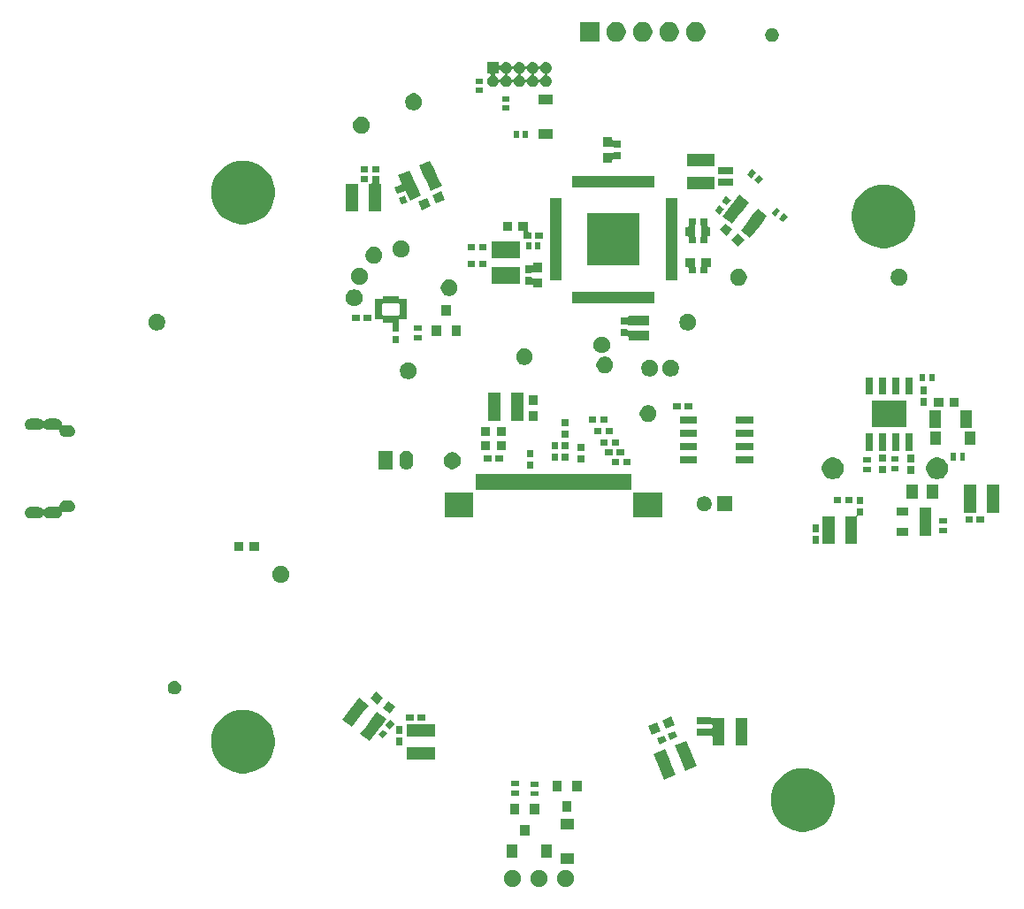
<source format=gbr>
G04 #@! TF.GenerationSoftware,KiCad,Pcbnew,(5.0.2)-1*
G04 #@! TF.CreationDate,2019-01-08T10:51:14-07:00*
G04 #@! TF.ProjectId,MagSensor,4d616753-656e-4736-9f72-2e6b69636164,rev?*
G04 #@! TF.SameCoordinates,Original*
G04 #@! TF.FileFunction,Soldermask,Bot*
G04 #@! TF.FilePolarity,Negative*
%FSLAX46Y46*%
G04 Gerber Fmt 4.6, Leading zero omitted, Abs format (unit mm)*
G04 Created by KiCad (PCBNEW (5.0.2)-1) date 1/8/2019 10:51:14 AM*
%MOMM*%
%LPD*%
G01*
G04 APERTURE LIST*
%ADD10C,0.100000*%
G04 APERTURE END LIST*
D10*
G36*
X123323387Y-165485915D02*
X123471160Y-165547125D01*
X123604158Y-165635991D01*
X123717255Y-165749088D01*
X123806121Y-165882086D01*
X123867331Y-166029859D01*
X123898535Y-166186735D01*
X123898535Y-166346687D01*
X123867331Y-166503563D01*
X123806121Y-166651336D01*
X123717255Y-166784334D01*
X123604158Y-166897431D01*
X123471160Y-166986297D01*
X123323387Y-167047507D01*
X123166511Y-167078711D01*
X123006559Y-167078711D01*
X122849683Y-167047507D01*
X122701910Y-166986297D01*
X122568912Y-166897431D01*
X122455815Y-166784334D01*
X122366949Y-166651336D01*
X122305739Y-166503563D01*
X122274535Y-166346687D01*
X122274535Y-166186735D01*
X122305739Y-166029859D01*
X122366949Y-165882086D01*
X122455815Y-165749088D01*
X122568912Y-165635991D01*
X122701910Y-165547125D01*
X122849683Y-165485915D01*
X123006559Y-165454711D01*
X123166511Y-165454711D01*
X123323387Y-165485915D01*
X123323387Y-165485915D01*
G37*
G36*
X125863387Y-165485915D02*
X126011160Y-165547125D01*
X126144158Y-165635991D01*
X126257255Y-165749088D01*
X126346121Y-165882086D01*
X126407331Y-166029859D01*
X126438535Y-166186735D01*
X126438535Y-166346687D01*
X126407331Y-166503563D01*
X126346121Y-166651336D01*
X126257255Y-166784334D01*
X126144158Y-166897431D01*
X126011160Y-166986297D01*
X125863387Y-167047507D01*
X125706511Y-167078711D01*
X125546559Y-167078711D01*
X125389683Y-167047507D01*
X125241910Y-166986297D01*
X125108912Y-166897431D01*
X124995815Y-166784334D01*
X124906949Y-166651336D01*
X124845739Y-166503563D01*
X124814535Y-166346687D01*
X124814535Y-166186735D01*
X124845739Y-166029859D01*
X124906949Y-165882086D01*
X124995815Y-165749088D01*
X125108912Y-165635991D01*
X125241910Y-165547125D01*
X125389683Y-165485915D01*
X125546559Y-165454711D01*
X125706511Y-165454711D01*
X125863387Y-165485915D01*
X125863387Y-165485915D01*
G37*
G36*
X128403387Y-165485915D02*
X128551160Y-165547125D01*
X128684158Y-165635991D01*
X128797255Y-165749088D01*
X128886121Y-165882086D01*
X128947331Y-166029859D01*
X128978535Y-166186735D01*
X128978535Y-166346687D01*
X128947331Y-166503563D01*
X128886121Y-166651336D01*
X128797255Y-166784334D01*
X128684158Y-166897431D01*
X128551160Y-166986297D01*
X128403387Y-167047507D01*
X128246511Y-167078711D01*
X128086559Y-167078711D01*
X127929683Y-167047507D01*
X127781910Y-166986297D01*
X127648912Y-166897431D01*
X127535815Y-166784334D01*
X127446949Y-166651336D01*
X127385739Y-166503563D01*
X127354535Y-166346687D01*
X127354535Y-166186735D01*
X127385739Y-166029859D01*
X127446949Y-165882086D01*
X127535815Y-165749088D01*
X127648912Y-165635991D01*
X127781910Y-165547125D01*
X127929683Y-165485915D01*
X128086559Y-165454711D01*
X128246511Y-165454711D01*
X128403387Y-165485915D01*
X128403387Y-165485915D01*
G37*
G36*
X129009095Y-164891191D02*
X127709095Y-164891191D01*
X127709095Y-163891191D01*
X129009095Y-163891191D01*
X129009095Y-164891191D01*
X129009095Y-164891191D01*
G37*
G36*
X126826095Y-164320831D02*
X125826095Y-164320831D01*
X125826095Y-163020831D01*
X126826095Y-163020831D01*
X126826095Y-164320831D01*
X126826095Y-164320831D01*
G37*
G36*
X123526095Y-164320831D02*
X122526095Y-164320831D01*
X122526095Y-163020831D01*
X123526095Y-163020831D01*
X123526095Y-164320831D01*
X123526095Y-164320831D01*
G37*
G36*
X124709535Y-162164231D02*
X123809535Y-162164231D01*
X123809535Y-161164231D01*
X124709535Y-161164231D01*
X124709535Y-162164231D01*
X124709535Y-162164231D01*
G37*
G36*
X151260251Y-155716679D02*
X151765652Y-155817209D01*
X152320717Y-156047125D01*
X152820262Y-156380910D01*
X153245090Y-156805738D01*
X153578875Y-157305283D01*
X153808791Y-157860348D01*
X153907319Y-158355684D01*
X153917265Y-158405684D01*
X153926000Y-158449601D01*
X153926000Y-159050399D01*
X153808791Y-159639652D01*
X153578875Y-160194717D01*
X153245090Y-160694262D01*
X152820262Y-161119090D01*
X152320717Y-161452875D01*
X151765652Y-161682791D01*
X151260251Y-161783321D01*
X151176400Y-161800000D01*
X150575600Y-161800000D01*
X150491749Y-161783321D01*
X149986348Y-161682791D01*
X149431283Y-161452875D01*
X148931738Y-161119090D01*
X148506910Y-160694262D01*
X148173125Y-160194717D01*
X147943209Y-159639652D01*
X147826000Y-159050399D01*
X147826000Y-158449601D01*
X147834736Y-158405684D01*
X147844681Y-158355684D01*
X147943209Y-157860348D01*
X148173125Y-157305283D01*
X148506910Y-156805738D01*
X148931738Y-156380910D01*
X149431283Y-156047125D01*
X149986348Y-155817209D01*
X150491749Y-155716679D01*
X150575600Y-155700000D01*
X151176400Y-155700000D01*
X151260251Y-155716679D01*
X151260251Y-155716679D01*
G37*
G36*
X129009095Y-161591191D02*
X127709095Y-161591191D01*
X127709095Y-160591191D01*
X129009095Y-160591191D01*
X129009095Y-161591191D01*
X129009095Y-161591191D01*
G37*
G36*
X123759535Y-160164231D02*
X122859535Y-160164231D01*
X122859535Y-159164231D01*
X123759535Y-159164231D01*
X123759535Y-160164231D01*
X123759535Y-160164231D01*
G37*
G36*
X125659535Y-160164231D02*
X124759535Y-160164231D01*
X124759535Y-159164231D01*
X125659535Y-159164231D01*
X125659535Y-160164231D01*
X125659535Y-160164231D01*
G37*
G36*
X128748088Y-159905684D02*
X127848088Y-159905684D01*
X127848088Y-158905684D01*
X128748088Y-158905684D01*
X128748088Y-159905684D01*
X128748088Y-159905684D01*
G37*
G36*
X125548088Y-158405684D02*
X124848088Y-158405684D01*
X124848088Y-157905684D01*
X125548088Y-157905684D01*
X125548088Y-158405684D01*
X125548088Y-158405684D01*
G37*
G36*
X123698088Y-158355684D02*
X122998088Y-158355684D01*
X122998088Y-157855684D01*
X123698088Y-157855684D01*
X123698088Y-158355684D01*
X123698088Y-158355684D01*
G37*
G36*
X129698088Y-157905684D02*
X128798088Y-157905684D01*
X128798088Y-156905684D01*
X129698088Y-156905684D01*
X129698088Y-157905684D01*
X129698088Y-157905684D01*
G37*
G36*
X127798088Y-157905684D02*
X126898088Y-157905684D01*
X126898088Y-156905684D01*
X127798088Y-156905684D01*
X127798088Y-157905684D01*
X127798088Y-157905684D01*
G37*
G36*
X125548088Y-157505684D02*
X124848088Y-157505684D01*
X124848088Y-157005684D01*
X125548088Y-157005684D01*
X125548088Y-157505684D01*
X125548088Y-157505684D01*
G37*
G36*
X123698088Y-157455684D02*
X122998088Y-157455684D01*
X122998088Y-156955684D01*
X123698088Y-156955684D01*
X123698088Y-157455684D01*
X123698088Y-157455684D01*
G37*
G36*
X137991241Y-154678055D02*
X138364394Y-155578925D01*
X138689639Y-156364136D01*
X137617938Y-156808049D01*
X137283090Y-155999654D01*
X136919541Y-155121969D01*
X136603826Y-154359767D01*
X137675527Y-153915854D01*
X137991241Y-154678055D01*
X137991241Y-154678055D01*
G37*
G36*
X97666251Y-150128679D02*
X98171652Y-150229209D01*
X98726717Y-150459125D01*
X99226262Y-150792910D01*
X99651090Y-151217738D01*
X99984875Y-151717283D01*
X100214791Y-152272348D01*
X100296444Y-152682849D01*
X100320878Y-152805684D01*
X100332000Y-152861601D01*
X100332000Y-153462399D01*
X100214791Y-154051652D01*
X99984875Y-154606717D01*
X99651090Y-155106262D01*
X99226262Y-155531090D01*
X98726717Y-155864875D01*
X98171652Y-156094791D01*
X97666251Y-156195321D01*
X97582400Y-156212000D01*
X96981600Y-156212000D01*
X96897749Y-156195321D01*
X96392348Y-156094791D01*
X95837283Y-155864875D01*
X95337738Y-155531090D01*
X94912910Y-155106262D01*
X94579125Y-154606717D01*
X94349209Y-154051652D01*
X94232000Y-153462399D01*
X94232000Y-152861601D01*
X94243123Y-152805684D01*
X94267556Y-152682849D01*
X94349209Y-152272348D01*
X94579125Y-151717283D01*
X94912910Y-151217738D01*
X95337738Y-150792910D01*
X95837283Y-150459125D01*
X96392348Y-150229209D01*
X96897749Y-150128679D01*
X96981600Y-150112000D01*
X97582400Y-150112000D01*
X97666251Y-150128679D01*
X97666251Y-150128679D01*
G37*
G36*
X140023775Y-153836151D02*
X140387325Y-154713837D01*
X140722174Y-155522233D01*
X139650473Y-155966146D01*
X139315625Y-155157751D01*
X138952075Y-154280065D01*
X138636361Y-153517864D01*
X139708062Y-153073951D01*
X140023775Y-153836151D01*
X140023775Y-153836151D01*
G37*
G36*
X115648088Y-154885684D02*
X112998088Y-154885684D01*
X112998088Y-153725684D01*
X115648088Y-153725684D01*
X115648088Y-154885684D01*
X115648088Y-154885684D01*
G37*
G36*
X145603088Y-153530684D02*
X144443088Y-153530684D01*
X144443088Y-150880684D01*
X145603088Y-150880684D01*
X145603088Y-153530684D01*
X145603088Y-153530684D01*
G37*
G36*
X142044154Y-150825130D02*
X142059700Y-150844072D01*
X142078642Y-150859618D01*
X142100253Y-150871169D01*
X142123702Y-150878282D01*
X142148088Y-150880684D01*
X143403088Y-150880684D01*
X143403088Y-153530684D01*
X142243088Y-153530684D01*
X142243088Y-152730684D01*
X142240686Y-152706298D01*
X142233573Y-152682849D01*
X142222022Y-152661238D01*
X142206476Y-152642296D01*
X142187534Y-152626750D01*
X142165923Y-152615199D01*
X142142474Y-152608086D01*
X142118088Y-152605684D01*
X140723088Y-152605684D01*
X140723088Y-151905684D01*
X142118088Y-151905684D01*
X142142474Y-151903282D01*
X142165923Y-151896169D01*
X142187534Y-151884618D01*
X142206476Y-151869072D01*
X142222022Y-151850130D01*
X142233573Y-151828519D01*
X142240686Y-151805070D01*
X142243088Y-151780684D01*
X142243088Y-151630684D01*
X142240686Y-151606298D01*
X142233573Y-151582849D01*
X142222022Y-151561238D01*
X142206476Y-151542296D01*
X142187534Y-151526750D01*
X142165923Y-151515199D01*
X142142474Y-151508086D01*
X142118088Y-151505684D01*
X140723088Y-151505684D01*
X140723088Y-150805684D01*
X142033760Y-150805684D01*
X142044154Y-150825130D01*
X142044154Y-150825130D01*
G37*
G36*
X112523088Y-153505684D02*
X111923088Y-153505684D01*
X111923088Y-152805684D01*
X112523088Y-152805684D01*
X112523088Y-153505684D01*
X112523088Y-153505684D01*
G37*
G36*
X137843117Y-153149385D02*
X137196401Y-153417263D01*
X136966791Y-152862935D01*
X137613507Y-152595057D01*
X137843117Y-153149385D01*
X137843117Y-153149385D01*
G37*
G36*
X111034443Y-151027526D02*
X110691624Y-151474295D01*
X110618869Y-151569112D01*
X110532214Y-151682042D01*
X110532206Y-151682054D01*
X110021988Y-152346983D01*
X109999548Y-152376227D01*
X109923453Y-152475396D01*
X109421224Y-153129912D01*
X108500934Y-152423749D01*
X109033601Y-151729565D01*
X109581487Y-151015548D01*
X109581495Y-151015536D01*
X110114153Y-150321363D01*
X111034443Y-151027526D01*
X111034443Y-151027526D01*
G37*
G36*
X138859385Y-152728433D02*
X138212669Y-152996311D01*
X137983059Y-152441983D01*
X138629775Y-152174105D01*
X138859385Y-152728433D01*
X138859385Y-152728433D01*
G37*
G36*
X110873686Y-152143138D02*
X111139342Y-152346983D01*
X110713209Y-152902330D01*
X110713208Y-152902330D01*
X110237196Y-152537073D01*
X110275194Y-152487553D01*
X110663329Y-151981726D01*
X110663330Y-151981726D01*
X110873686Y-152143138D01*
X110873686Y-152143138D01*
G37*
G36*
X115648088Y-152685684D02*
X112998088Y-152685684D01*
X112998088Y-151525684D01*
X115648088Y-151525684D01*
X115648088Y-152685684D01*
X115648088Y-152685684D01*
G37*
G36*
X137228565Y-152143139D02*
X136397072Y-152487554D01*
X136071791Y-151702255D01*
X136903284Y-151357840D01*
X137228565Y-152143139D01*
X137228565Y-152143139D01*
G37*
G36*
X112523088Y-152405684D02*
X111923088Y-152405684D01*
X111923088Y-151705684D01*
X112523088Y-151705684D01*
X112523088Y-152405684D01*
X112523088Y-152405684D01*
G37*
G36*
X111657213Y-151357840D02*
X111808980Y-151474295D01*
X111785732Y-151504593D01*
X111772794Y-151525398D01*
X111764162Y-151548331D01*
X111760171Y-151572508D01*
X111760262Y-151575303D01*
X111750253Y-151578339D01*
X111728642Y-151589890D01*
X111709700Y-151605436D01*
X111698920Y-151617728D01*
X111382847Y-152029642D01*
X111382846Y-152029642D01*
X110906834Y-151664385D01*
X110938942Y-151622541D01*
X111332967Y-151109038D01*
X111332968Y-151109038D01*
X111657213Y-151357840D01*
X111657213Y-151357840D01*
G37*
G36*
X138614385Y-151569113D02*
X137782892Y-151913528D01*
X137457611Y-151128229D01*
X138289104Y-150783814D01*
X138614385Y-151569113D01*
X138614385Y-151569113D01*
G37*
G36*
X109289066Y-149688251D02*
X108756399Y-150382435D01*
X108208513Y-151096452D01*
X108208505Y-151096464D01*
X107675847Y-151790637D01*
X106755557Y-151084474D01*
X107257786Y-150429958D01*
X107257794Y-150429946D01*
X107866547Y-149636604D01*
X108368776Y-148982088D01*
X109289066Y-149688251D01*
X109289066Y-149688251D01*
G37*
G36*
X114723088Y-151205684D02*
X114023088Y-151205684D01*
X114023088Y-150605684D01*
X114723088Y-150605684D01*
X114723088Y-151205684D01*
X114723088Y-151205684D01*
G37*
G36*
X113623088Y-151205684D02*
X112923088Y-151205684D01*
X112923088Y-150605684D01*
X113623088Y-150605684D01*
X113623088Y-151205684D01*
X113623088Y-151205684D01*
G37*
G36*
X111893836Y-149849022D02*
X111376388Y-150523373D01*
X110662370Y-149975488D01*
X111179818Y-149301137D01*
X111893836Y-149849022D01*
X111893836Y-149849022D01*
G37*
G36*
X110703806Y-148935880D02*
X110186358Y-149610231D01*
X109472340Y-149062346D01*
X109989788Y-148387995D01*
X110703806Y-148935880D01*
X110703806Y-148935880D01*
G37*
G36*
X90870826Y-147372337D02*
X90912686Y-147380663D01*
X90947333Y-147395014D01*
X91030978Y-147429661D01*
X91137442Y-147500798D01*
X91227974Y-147591330D01*
X91299111Y-147697794D01*
X91348109Y-147816087D01*
X91373088Y-147941663D01*
X91373088Y-148069705D01*
X91348109Y-148195281D01*
X91299111Y-148313574D01*
X91227974Y-148420038D01*
X91137442Y-148510570D01*
X91030978Y-148581707D01*
X90947333Y-148616354D01*
X90912686Y-148630705D01*
X90870826Y-148639031D01*
X90787109Y-148655684D01*
X90659067Y-148655684D01*
X90575350Y-148639031D01*
X90533490Y-148630705D01*
X90498843Y-148616354D01*
X90415198Y-148581707D01*
X90308734Y-148510570D01*
X90218202Y-148420038D01*
X90147065Y-148313574D01*
X90098067Y-148195281D01*
X90073088Y-148069705D01*
X90073088Y-147941663D01*
X90098067Y-147816087D01*
X90147065Y-147697794D01*
X90218202Y-147591330D01*
X90308734Y-147500798D01*
X90415198Y-147429661D01*
X90498843Y-147395014D01*
X90533490Y-147380663D01*
X90575350Y-147372337D01*
X90659067Y-147355684D01*
X90787109Y-147355684D01*
X90870826Y-147372337D01*
X90870826Y-147372337D01*
G37*
G36*
X101129940Y-136391488D02*
X101277713Y-136452698D01*
X101410711Y-136541564D01*
X101523808Y-136654661D01*
X101612674Y-136787659D01*
X101673884Y-136935432D01*
X101705088Y-137092308D01*
X101705088Y-137252260D01*
X101673884Y-137409136D01*
X101612674Y-137556909D01*
X101523808Y-137689907D01*
X101410711Y-137803004D01*
X101277713Y-137891870D01*
X101129940Y-137953080D01*
X100973064Y-137984284D01*
X100813112Y-137984284D01*
X100656236Y-137953080D01*
X100508463Y-137891870D01*
X100375465Y-137803004D01*
X100262368Y-137689907D01*
X100173502Y-137556909D01*
X100112292Y-137409136D01*
X100081088Y-137252260D01*
X100081088Y-137092308D01*
X100112292Y-136935432D01*
X100173502Y-136787659D01*
X100262368Y-136654661D01*
X100375465Y-136541564D01*
X100508463Y-136452698D01*
X100656236Y-136391488D01*
X100813112Y-136360284D01*
X100973064Y-136360284D01*
X101129940Y-136391488D01*
X101129940Y-136391488D01*
G37*
G36*
X98823088Y-134930684D02*
X97923088Y-134930684D01*
X97923088Y-134080684D01*
X98823088Y-134080684D01*
X98823088Y-134930684D01*
X98823088Y-134930684D01*
G37*
G36*
X97323088Y-134930684D02*
X96423088Y-134930684D01*
X96423088Y-134080684D01*
X97323088Y-134080684D01*
X97323088Y-134930684D01*
X97323088Y-134930684D01*
G37*
G36*
X153903088Y-134230684D02*
X152743088Y-134230684D01*
X152743088Y-131580684D01*
X153903088Y-131580684D01*
X153903088Y-134230684D01*
X153903088Y-134230684D01*
G37*
G36*
X156623088Y-131505684D02*
X156228088Y-131505684D01*
X156203702Y-131508086D01*
X156180253Y-131515199D01*
X156158642Y-131526750D01*
X156139700Y-131542296D01*
X156124154Y-131561238D01*
X156112603Y-131582849D01*
X156105490Y-131606298D01*
X156103088Y-131630684D01*
X156103088Y-134230684D01*
X154943088Y-134230684D01*
X154943088Y-131580684D01*
X155898088Y-131580684D01*
X155922474Y-131578282D01*
X155945923Y-131571169D01*
X155967534Y-131559618D01*
X155986476Y-131544072D01*
X156002022Y-131525130D01*
X156013573Y-131503519D01*
X156020686Y-131480070D01*
X156023088Y-131455684D01*
X156023088Y-130805684D01*
X156623088Y-130805684D01*
X156623088Y-131505684D01*
X156623088Y-131505684D01*
G37*
G36*
X152423088Y-134205684D02*
X151823088Y-134205684D01*
X151823088Y-133505684D01*
X152423088Y-133505684D01*
X152423088Y-134205684D01*
X152423088Y-134205684D01*
G37*
G36*
X161003088Y-133430684D02*
X159843088Y-133430684D01*
X159843088Y-132680684D01*
X161003088Y-132680684D01*
X161003088Y-133430684D01*
X161003088Y-133430684D01*
G37*
G36*
X163203088Y-133430684D02*
X162043088Y-133430684D01*
X162043088Y-130780684D01*
X163203088Y-130780684D01*
X163203088Y-133430684D01*
X163203088Y-133430684D01*
G37*
G36*
X164673088Y-133205684D02*
X163973088Y-133205684D01*
X163973088Y-132705684D01*
X164673088Y-132705684D01*
X164673088Y-133205684D01*
X164673088Y-133205684D01*
G37*
G36*
X152423088Y-133105684D02*
X151823088Y-133105684D01*
X151823088Y-132405684D01*
X152423088Y-132405684D01*
X152423088Y-133105684D01*
X152423088Y-133105684D01*
G37*
G36*
X164673088Y-132305684D02*
X163973088Y-132305684D01*
X163973088Y-131805684D01*
X164673088Y-131805684D01*
X164673088Y-132305684D01*
X164673088Y-132305684D01*
G37*
G36*
X167133088Y-132235684D02*
X166433088Y-132235684D01*
X166433088Y-131635684D01*
X167133088Y-131635684D01*
X167133088Y-132235684D01*
X167133088Y-132235684D01*
G37*
G36*
X168233088Y-132235684D02*
X167533088Y-132235684D01*
X167533088Y-131635684D01*
X168233088Y-131635684D01*
X168233088Y-132235684D01*
X168233088Y-132235684D01*
G37*
G36*
X80710200Y-130075417D02*
X80764067Y-130080722D01*
X80840766Y-130103989D01*
X80867746Y-130112173D01*
X80963287Y-130163240D01*
X81047038Y-130231974D01*
X81115772Y-130315725D01*
X81166839Y-130411266D01*
X81166840Y-130411270D01*
X81198290Y-130514945D01*
X81208909Y-130622764D01*
X81198290Y-130730583D01*
X81180799Y-130788243D01*
X81166839Y-130834262D01*
X81115772Y-130929803D01*
X81047038Y-131013554D01*
X80963287Y-131082288D01*
X80867746Y-131133355D01*
X80846021Y-131139945D01*
X80764067Y-131164806D01*
X80710200Y-131170111D01*
X80683267Y-131172764D01*
X80229229Y-131172764D01*
X80148429Y-131164806D01*
X80118094Y-131155604D01*
X80094061Y-131150824D01*
X80069557Y-131150824D01*
X80045523Y-131155605D01*
X80022884Y-131164982D01*
X80002510Y-131178596D01*
X79985183Y-131195924D01*
X79971569Y-131216298D01*
X79962192Y-131238938D01*
X79957412Y-131262969D01*
X79950771Y-131330393D01*
X79948290Y-131355583D01*
X79925023Y-131432282D01*
X79916839Y-131459262D01*
X79865772Y-131554803D01*
X79797038Y-131638554D01*
X79713287Y-131707288D01*
X79617746Y-131758355D01*
X79590766Y-131766539D01*
X79514067Y-131789806D01*
X79460200Y-131795111D01*
X79433267Y-131797764D01*
X78679229Y-131797764D01*
X78652296Y-131795111D01*
X78598429Y-131789806D01*
X78521730Y-131766539D01*
X78494750Y-131758355D01*
X78399209Y-131707288D01*
X78315458Y-131638554D01*
X78277874Y-131592758D01*
X78260547Y-131575431D01*
X78240172Y-131561817D01*
X78217533Y-131552440D01*
X78193499Y-131547660D01*
X78168995Y-131547660D01*
X78144962Y-131552441D01*
X78122323Y-131561818D01*
X78101948Y-131575432D01*
X78084622Y-131592758D01*
X78047038Y-131638554D01*
X77963287Y-131707288D01*
X77867746Y-131758355D01*
X77840766Y-131766539D01*
X77764067Y-131789806D01*
X77710200Y-131795111D01*
X77683267Y-131797764D01*
X76929229Y-131797764D01*
X76902296Y-131795111D01*
X76848429Y-131789806D01*
X76771730Y-131766539D01*
X76744750Y-131758355D01*
X76649209Y-131707288D01*
X76565458Y-131638554D01*
X76496724Y-131554803D01*
X76445657Y-131459262D01*
X76437473Y-131432282D01*
X76414206Y-131355583D01*
X76403587Y-131247764D01*
X76414206Y-131139945D01*
X76445656Y-131036270D01*
X76445657Y-131036266D01*
X76496724Y-130940725D01*
X76565458Y-130856974D01*
X76649209Y-130788240D01*
X76744750Y-130737173D01*
X76771730Y-130728989D01*
X76848429Y-130705722D01*
X76902296Y-130700417D01*
X76929229Y-130697764D01*
X77683267Y-130697764D01*
X77710200Y-130700417D01*
X77764067Y-130705722D01*
X77840766Y-130728989D01*
X77867746Y-130737173D01*
X77963287Y-130788240D01*
X78047038Y-130856974D01*
X78084622Y-130902770D01*
X78101949Y-130920097D01*
X78122324Y-130933711D01*
X78144963Y-130943088D01*
X78168997Y-130947868D01*
X78193501Y-130947868D01*
X78217534Y-130943087D01*
X78240173Y-130933710D01*
X78260548Y-130920096D01*
X78277874Y-130902770D01*
X78315458Y-130856974D01*
X78399209Y-130788240D01*
X78494750Y-130737173D01*
X78521730Y-130728989D01*
X78598429Y-130705722D01*
X78652296Y-130700417D01*
X78679229Y-130697764D01*
X79433267Y-130697764D01*
X79514067Y-130705722D01*
X79544402Y-130714924D01*
X79568435Y-130719704D01*
X79592939Y-130719704D01*
X79616973Y-130714923D01*
X79639612Y-130705546D01*
X79659986Y-130691932D01*
X79677313Y-130674604D01*
X79690927Y-130654230D01*
X79700304Y-130631590D01*
X79705084Y-130607559D01*
X79714206Y-130514947D01*
X79714206Y-130514945D01*
X79745656Y-130411270D01*
X79745657Y-130411266D01*
X79796724Y-130315725D01*
X79865458Y-130231974D01*
X79949209Y-130163240D01*
X80044750Y-130112173D01*
X80071730Y-130103989D01*
X80148429Y-130080722D01*
X80202296Y-130075417D01*
X80229229Y-130072764D01*
X80683267Y-130072764D01*
X80710200Y-130075417D01*
X80710200Y-130075417D01*
G37*
G36*
X119343088Y-131735684D02*
X116593088Y-131735684D01*
X116593088Y-129305684D01*
X119343088Y-129305684D01*
X119343088Y-131735684D01*
X119343088Y-131735684D01*
G37*
G36*
X137393088Y-131720684D02*
X134643088Y-131720684D01*
X134643088Y-129320684D01*
X137393088Y-129320684D01*
X137393088Y-131720684D01*
X137393088Y-131720684D01*
G37*
G36*
X161003088Y-131530684D02*
X159843088Y-131530684D01*
X159843088Y-130780684D01*
X161003088Y-130780684D01*
X161003088Y-131530684D01*
X161003088Y-131530684D01*
G37*
G36*
X167463088Y-131240684D02*
X166303088Y-131240684D01*
X166303088Y-128590684D01*
X167463088Y-128590684D01*
X167463088Y-131240684D01*
X167463088Y-131240684D01*
G37*
G36*
X169663088Y-131240684D02*
X168503088Y-131240684D01*
X168503088Y-128590684D01*
X169663088Y-128590684D01*
X169663088Y-131240684D01*
X169663088Y-131240684D01*
G37*
G36*
X141550522Y-129691828D02*
X141634563Y-129708545D01*
X141766504Y-129763197D01*
X141766505Y-129763198D01*
X141885252Y-129842542D01*
X141986230Y-129943520D01*
X141986232Y-129943523D01*
X142065575Y-130062268D01*
X142120227Y-130194209D01*
X142136944Y-130278250D01*
X142142401Y-130305684D01*
X142148088Y-130334278D01*
X142148088Y-130477090D01*
X142120227Y-130617159D01*
X142065575Y-130749100D01*
X142065574Y-130749101D01*
X141986230Y-130867848D01*
X141885252Y-130968826D01*
X141885249Y-130968828D01*
X141766504Y-131048171D01*
X141634563Y-131102823D01*
X141550522Y-131119540D01*
X141494496Y-131130684D01*
X141351680Y-131130684D01*
X141295654Y-131119540D01*
X141211613Y-131102823D01*
X141079672Y-131048171D01*
X140960927Y-130968828D01*
X140960924Y-130968826D01*
X140859946Y-130867848D01*
X140780602Y-130749101D01*
X140780601Y-130749100D01*
X140725949Y-130617159D01*
X140698088Y-130477090D01*
X140698088Y-130334278D01*
X140703776Y-130305684D01*
X140709232Y-130278250D01*
X140725949Y-130194209D01*
X140780601Y-130062268D01*
X140859944Y-129943523D01*
X140859946Y-129943520D01*
X140960924Y-129842542D01*
X141079671Y-129763198D01*
X141079672Y-129763197D01*
X141211613Y-129708545D01*
X141295654Y-129691828D01*
X141351680Y-129680684D01*
X141494496Y-129680684D01*
X141550522Y-129691828D01*
X141550522Y-129691828D01*
G37*
G36*
X144148088Y-131130684D02*
X142698088Y-131130684D01*
X142698088Y-129680684D01*
X144148088Y-129680684D01*
X144148088Y-131130684D01*
X144148088Y-131130684D01*
G37*
G36*
X156623088Y-130405684D02*
X156023088Y-130405684D01*
X156023088Y-129705684D01*
X156623088Y-129705684D01*
X156623088Y-130405684D01*
X156623088Y-130405684D01*
G37*
G36*
X154523088Y-130305684D02*
X153823088Y-130305684D01*
X153823088Y-129705684D01*
X154523088Y-129705684D01*
X154523088Y-130305684D01*
X154523088Y-130305684D01*
G37*
G36*
X155623088Y-130305684D02*
X154923088Y-130305684D01*
X154923088Y-129705684D01*
X155623088Y-129705684D01*
X155623088Y-130305684D01*
X155623088Y-130305684D01*
G37*
G36*
X163873088Y-129880684D02*
X162773088Y-129880684D01*
X162773088Y-128530684D01*
X163873088Y-128530684D01*
X163873088Y-129880684D01*
X163873088Y-129880684D01*
G37*
G36*
X161873088Y-129880684D02*
X160773088Y-129880684D01*
X160773088Y-128530684D01*
X161873088Y-128530684D01*
X161873088Y-129880684D01*
X161873088Y-129880684D01*
G37*
G36*
X134443088Y-129045684D02*
X119543088Y-129045684D01*
X119543088Y-127545684D01*
X134443088Y-127545684D01*
X134443088Y-129045684D01*
X134443088Y-129045684D01*
G37*
G36*
X163875888Y-125954470D02*
X164056274Y-125990350D01*
X164247362Y-126069502D01*
X164419336Y-126184411D01*
X164565589Y-126330664D01*
X164680498Y-126502638D01*
X164759650Y-126693726D01*
X164800000Y-126896584D01*
X164800000Y-127103416D01*
X164759650Y-127306274D01*
X164680498Y-127497362D01*
X164565589Y-127669336D01*
X164419336Y-127815589D01*
X164247362Y-127930498D01*
X164056274Y-128009650D01*
X163875888Y-128045530D01*
X163853417Y-128050000D01*
X163646583Y-128050000D01*
X163624112Y-128045530D01*
X163443726Y-128009650D01*
X163252638Y-127930498D01*
X163080664Y-127815589D01*
X162934411Y-127669336D01*
X162819502Y-127497362D01*
X162740350Y-127306274D01*
X162700000Y-127103416D01*
X162700000Y-126896584D01*
X162740350Y-126693726D01*
X162819502Y-126502638D01*
X162934411Y-126330664D01*
X163080664Y-126184411D01*
X163252638Y-126069502D01*
X163443726Y-125990350D01*
X163624112Y-125954470D01*
X163646583Y-125950000D01*
X163853417Y-125950000D01*
X163875888Y-125954470D01*
X163875888Y-125954470D01*
G37*
G36*
X153875888Y-125954470D02*
X154056274Y-125990350D01*
X154247362Y-126069502D01*
X154419336Y-126184411D01*
X154565589Y-126330664D01*
X154680498Y-126502638D01*
X154759650Y-126693726D01*
X154800000Y-126896584D01*
X154800000Y-127103416D01*
X154759650Y-127306274D01*
X154680498Y-127497362D01*
X154565589Y-127669336D01*
X154419336Y-127815589D01*
X154247362Y-127930498D01*
X154056274Y-128009650D01*
X153875888Y-128045530D01*
X153853417Y-128050000D01*
X153646583Y-128050000D01*
X153624112Y-128045530D01*
X153443726Y-128009650D01*
X153252638Y-127930498D01*
X153080664Y-127815589D01*
X152934411Y-127669336D01*
X152819502Y-127497362D01*
X152740350Y-127306274D01*
X152700000Y-127103416D01*
X152700000Y-126896584D01*
X152740350Y-126693726D01*
X152819502Y-126502638D01*
X152934411Y-126330664D01*
X153080664Y-126184411D01*
X153252638Y-126069502D01*
X153443726Y-125990350D01*
X153624112Y-125954470D01*
X153646583Y-125950000D01*
X153853417Y-125950000D01*
X153875888Y-125954470D01*
X153875888Y-125954470D01*
G37*
G36*
X161523088Y-127505684D02*
X160923088Y-127505684D01*
X160923088Y-126805684D01*
X161523088Y-126805684D01*
X161523088Y-127505684D01*
X161523088Y-127505684D01*
G37*
G36*
X158817488Y-127460484D02*
X158217488Y-127460484D01*
X158217488Y-126760484D01*
X158817488Y-126760484D01*
X158817488Y-127460484D01*
X158817488Y-127460484D01*
G37*
G36*
X157394288Y-127362084D02*
X156694288Y-127362084D01*
X156694288Y-126862084D01*
X157394288Y-126862084D01*
X157394288Y-127362084D01*
X157394288Y-127362084D01*
G37*
G36*
X160073088Y-127255684D02*
X159373088Y-127255684D01*
X159373088Y-126755684D01*
X160073088Y-126755684D01*
X160073088Y-127255684D01*
X160073088Y-127255684D01*
G37*
G36*
X113039085Y-125313964D02*
X113050510Y-125315089D01*
X113101919Y-125330684D01*
X113173035Y-125352257D01*
X113226218Y-125380684D01*
X113285952Y-125412612D01*
X113285953Y-125412613D01*
X113285955Y-125412614D01*
X113384931Y-125493841D01*
X113466158Y-125592816D01*
X113526515Y-125705736D01*
X113563683Y-125828262D01*
X113573088Y-125923752D01*
X113573088Y-126487616D01*
X113563683Y-126583106D01*
X113526515Y-126705632D01*
X113466158Y-126818552D01*
X113384931Y-126917527D01*
X113285956Y-126998754D01*
X113173036Y-127059111D01*
X113118402Y-127075684D01*
X113050511Y-127096279D01*
X113039086Y-127097404D01*
X112923088Y-127108829D01*
X112807091Y-127097404D01*
X112795666Y-127096279D01*
X112727775Y-127075684D01*
X112673141Y-127059111D01*
X112560221Y-126998754D01*
X112461246Y-126917527D01*
X112461245Y-126917525D01*
X112461243Y-126917524D01*
X112380018Y-126818552D01*
X112348980Y-126760484D01*
X112319661Y-126705632D01*
X112282493Y-126583106D01*
X112273088Y-126487616D01*
X112273088Y-125923753D01*
X112282493Y-125828263D01*
X112282494Y-125828261D01*
X112319661Y-125705738D01*
X112319661Y-125705737D01*
X112380018Y-125592817D01*
X112461245Y-125493841D01*
X112560220Y-125412614D01*
X112673140Y-125352257D01*
X112744256Y-125330684D01*
X112795665Y-125315089D01*
X112807090Y-125313964D01*
X112923088Y-125302539D01*
X113039085Y-125313964D01*
X113039085Y-125313964D01*
G37*
G36*
X111573088Y-127105684D02*
X110273088Y-127105684D01*
X110273088Y-125305684D01*
X111573088Y-125305684D01*
X111573088Y-127105684D01*
X111573088Y-127105684D01*
G37*
G36*
X117549940Y-125494888D02*
X117697713Y-125556098D01*
X117830711Y-125644964D01*
X117943808Y-125758061D01*
X118032674Y-125891059D01*
X118093884Y-126038832D01*
X118125088Y-126195708D01*
X118125088Y-126355660D01*
X118093884Y-126512536D01*
X118032674Y-126660309D01*
X117943808Y-126793307D01*
X117830711Y-126906404D01*
X117697713Y-126995270D01*
X117549940Y-127056480D01*
X117393064Y-127087684D01*
X117233112Y-127087684D01*
X117076236Y-127056480D01*
X116928463Y-126995270D01*
X116795465Y-126906404D01*
X116682368Y-126793307D01*
X116593502Y-126660309D01*
X116532292Y-126512536D01*
X116501088Y-126355660D01*
X116501088Y-126195708D01*
X116532292Y-126038832D01*
X116593502Y-125891059D01*
X116682368Y-125758061D01*
X116795465Y-125644964D01*
X116928463Y-125556098D01*
X117076236Y-125494888D01*
X117233112Y-125463684D01*
X117393064Y-125463684D01*
X117549940Y-125494888D01*
X117549940Y-125494888D01*
G37*
G36*
X125063088Y-127075684D02*
X124463088Y-127075684D01*
X124463088Y-126375684D01*
X125063088Y-126375684D01*
X125063088Y-127075684D01*
X125063088Y-127075684D01*
G37*
G36*
X133268088Y-126713164D02*
X132568088Y-126713164D01*
X132568088Y-126113164D01*
X133268088Y-126113164D01*
X133268088Y-126713164D01*
X133268088Y-126713164D01*
G37*
G36*
X134368088Y-126713164D02*
X133668088Y-126713164D01*
X133668088Y-126113164D01*
X134368088Y-126113164D01*
X134368088Y-126713164D01*
X134368088Y-126713164D01*
G37*
G36*
X146148088Y-126519628D02*
X144498088Y-126519628D01*
X144498088Y-125819628D01*
X146148088Y-125819628D01*
X146148088Y-126519628D01*
X146148088Y-126519628D01*
G37*
G36*
X140748088Y-126519628D02*
X139098088Y-126519628D01*
X139098088Y-125819628D01*
X140748088Y-125819628D01*
X140748088Y-126519628D01*
X140748088Y-126519628D01*
G37*
G36*
X129948088Y-126480684D02*
X129348088Y-126480684D01*
X129348088Y-125780684D01*
X129948088Y-125780684D01*
X129948088Y-126480684D01*
X129948088Y-126480684D01*
G37*
G36*
X157394288Y-126462084D02*
X156694288Y-126462084D01*
X156694288Y-125962084D01*
X157394288Y-125962084D01*
X157394288Y-126462084D01*
X157394288Y-126462084D01*
G37*
G36*
X161523088Y-126405684D02*
X160923088Y-126405684D01*
X160923088Y-125705684D01*
X161523088Y-125705684D01*
X161523088Y-126405684D01*
X161523088Y-126405684D01*
G37*
G36*
X158817488Y-126360484D02*
X158217488Y-126360484D01*
X158217488Y-125660484D01*
X158817488Y-125660484D01*
X158817488Y-126360484D01*
X158817488Y-126360484D01*
G37*
G36*
X160073088Y-126355684D02*
X159373088Y-126355684D01*
X159373088Y-125855684D01*
X160073088Y-125855684D01*
X160073088Y-126355684D01*
X160073088Y-126355684D01*
G37*
G36*
X121053088Y-126335684D02*
X120353088Y-126335684D01*
X120353088Y-125735684D01*
X121053088Y-125735684D01*
X121053088Y-126335684D01*
X121053088Y-126335684D01*
G37*
G36*
X122153088Y-126335684D02*
X121453088Y-126335684D01*
X121453088Y-125735684D01*
X122153088Y-125735684D01*
X122153088Y-126335684D01*
X122153088Y-126335684D01*
G37*
G36*
X128423088Y-126280684D02*
X127823088Y-126280684D01*
X127823088Y-125580684D01*
X128423088Y-125580684D01*
X128423088Y-126280684D01*
X128423088Y-126280684D01*
G37*
G36*
X127483008Y-126271764D02*
X126883008Y-126271764D01*
X126883008Y-125571764D01*
X127483008Y-125571764D01*
X127483008Y-126271764D01*
X127483008Y-126271764D01*
G37*
G36*
X166431088Y-126250084D02*
X165931088Y-126250084D01*
X165931088Y-125550084D01*
X166431088Y-125550084D01*
X166431088Y-126250084D01*
X166431088Y-126250084D01*
G37*
G36*
X165531088Y-126250084D02*
X165031088Y-126250084D01*
X165031088Y-125550084D01*
X165531088Y-125550084D01*
X165531088Y-126250084D01*
X165531088Y-126250084D01*
G37*
G36*
X125063088Y-125975684D02*
X124463088Y-125975684D01*
X124463088Y-125275684D01*
X125063088Y-125275684D01*
X125063088Y-125975684D01*
X125063088Y-125975684D01*
G37*
G36*
X133768088Y-125773364D02*
X133068088Y-125773364D01*
X133068088Y-125173364D01*
X133768088Y-125173364D01*
X133768088Y-125773364D01*
X133768088Y-125773364D01*
G37*
G36*
X132668088Y-125773364D02*
X131968088Y-125773364D01*
X131968088Y-125173364D01*
X132668088Y-125173364D01*
X132668088Y-125773364D01*
X132668088Y-125773364D01*
G37*
G36*
X129948088Y-125380684D02*
X129348088Y-125380684D01*
X129348088Y-124680684D01*
X129948088Y-124680684D01*
X129948088Y-125380684D01*
X129948088Y-125380684D01*
G37*
G36*
X160108088Y-125330684D02*
X159408088Y-125330684D01*
X159408088Y-123680684D01*
X160108088Y-123680684D01*
X160108088Y-125330684D01*
X160108088Y-125330684D01*
G37*
G36*
X158838088Y-125330684D02*
X158138088Y-125330684D01*
X158138088Y-123680684D01*
X158838088Y-123680684D01*
X158838088Y-125330684D01*
X158838088Y-125330684D01*
G37*
G36*
X161378088Y-125330684D02*
X160678088Y-125330684D01*
X160678088Y-123680684D01*
X161378088Y-123680684D01*
X161378088Y-125330684D01*
X161378088Y-125330684D01*
G37*
G36*
X157568088Y-125330684D02*
X156868088Y-125330684D01*
X156868088Y-123680684D01*
X157568088Y-123680684D01*
X157568088Y-125330684D01*
X157568088Y-125330684D01*
G37*
G36*
X140748088Y-125249628D02*
X139098088Y-125249628D01*
X139098088Y-124549628D01*
X140748088Y-124549628D01*
X140748088Y-125249628D01*
X140748088Y-125249628D01*
G37*
G36*
X146148088Y-125249628D02*
X144498088Y-125249628D01*
X144498088Y-124549628D01*
X146148088Y-124549628D01*
X146148088Y-125249628D01*
X146148088Y-125249628D01*
G37*
G36*
X122463088Y-125230684D02*
X121563088Y-125230684D01*
X121563088Y-124380684D01*
X122463088Y-124380684D01*
X122463088Y-125230684D01*
X122463088Y-125230684D01*
G37*
G36*
X120963088Y-125230684D02*
X120063088Y-125230684D01*
X120063088Y-124380684D01*
X120963088Y-124380684D01*
X120963088Y-125230684D01*
X120963088Y-125230684D01*
G37*
G36*
X128423088Y-125180684D02*
X127823088Y-125180684D01*
X127823088Y-124480684D01*
X128423088Y-124480684D01*
X128423088Y-125180684D01*
X128423088Y-125180684D01*
G37*
G36*
X127483008Y-125171764D02*
X126883008Y-125171764D01*
X126883008Y-124471764D01*
X127483008Y-124471764D01*
X127483008Y-125171764D01*
X127483008Y-125171764D01*
G37*
G36*
X132168088Y-124808164D02*
X131468088Y-124808164D01*
X131468088Y-124208164D01*
X132168088Y-124208164D01*
X132168088Y-124808164D01*
X132168088Y-124808164D01*
G37*
G36*
X133268088Y-124808164D02*
X132568088Y-124808164D01*
X132568088Y-124208164D01*
X133268088Y-124208164D01*
X133268088Y-124808164D01*
X133268088Y-124808164D01*
G37*
G36*
X167373088Y-124755684D02*
X166373088Y-124755684D01*
X166373088Y-123455684D01*
X167373088Y-123455684D01*
X167373088Y-124755684D01*
X167373088Y-124755684D01*
G37*
G36*
X164073088Y-124755684D02*
X163073088Y-124755684D01*
X163073088Y-123455684D01*
X164073088Y-123455684D01*
X164073088Y-124755684D01*
X164073088Y-124755684D01*
G37*
G36*
X128423088Y-124055684D02*
X127823088Y-124055684D01*
X127823088Y-123355684D01*
X128423088Y-123355684D01*
X128423088Y-124055684D01*
X128423088Y-124055684D01*
G37*
G36*
X140748088Y-123979628D02*
X139098088Y-123979628D01*
X139098088Y-123279628D01*
X140748088Y-123279628D01*
X140748088Y-123979628D01*
X140748088Y-123979628D01*
G37*
G36*
X146148088Y-123979628D02*
X144498088Y-123979628D01*
X144498088Y-123279628D01*
X146148088Y-123279628D01*
X146148088Y-123979628D01*
X146148088Y-123979628D01*
G37*
G36*
X77710200Y-122250417D02*
X77764067Y-122255722D01*
X77840766Y-122278989D01*
X77867746Y-122287173D01*
X77963287Y-122338240D01*
X78010616Y-122377083D01*
X78047038Y-122406974D01*
X78066497Y-122430684D01*
X78084622Y-122452770D01*
X78101949Y-122470097D01*
X78122324Y-122483711D01*
X78144963Y-122493088D01*
X78168997Y-122497868D01*
X78193501Y-122497868D01*
X78217534Y-122493087D01*
X78240173Y-122483710D01*
X78260548Y-122470096D01*
X78277874Y-122452770D01*
X78296000Y-122430684D01*
X78315458Y-122406974D01*
X78351880Y-122377083D01*
X78399209Y-122338240D01*
X78494750Y-122287173D01*
X78521730Y-122278989D01*
X78598429Y-122255722D01*
X78652296Y-122250417D01*
X78679229Y-122247764D01*
X79433267Y-122247764D01*
X79460200Y-122250417D01*
X79514067Y-122255722D01*
X79590766Y-122278989D01*
X79617746Y-122287173D01*
X79713287Y-122338240D01*
X79797038Y-122406974D01*
X79865772Y-122490725D01*
X79916839Y-122586266D01*
X79916840Y-122586270D01*
X79948290Y-122689945D01*
X79948290Y-122689947D01*
X79957412Y-122782559D01*
X79962193Y-122806592D01*
X79971570Y-122829231D01*
X79985184Y-122849606D01*
X80002511Y-122866933D01*
X80022886Y-122880547D01*
X80045525Y-122889924D01*
X80069559Y-122894704D01*
X80094063Y-122894704D01*
X80118094Y-122889924D01*
X80148429Y-122880722D01*
X80229229Y-122872764D01*
X80683267Y-122872764D01*
X80710200Y-122875417D01*
X80764067Y-122880722D01*
X80840766Y-122903989D01*
X80867746Y-122912173D01*
X80963287Y-122963240D01*
X81047038Y-123031974D01*
X81115772Y-123115725D01*
X81166839Y-123211266D01*
X81166840Y-123211270D01*
X81198290Y-123314945D01*
X81208909Y-123422764D01*
X81198290Y-123530583D01*
X81175023Y-123607282D01*
X81166839Y-123634262D01*
X81115772Y-123729803D01*
X81047038Y-123813554D01*
X80963287Y-123882288D01*
X80867746Y-123933355D01*
X80840766Y-123941539D01*
X80764067Y-123964806D01*
X80710200Y-123970111D01*
X80683267Y-123972764D01*
X80229229Y-123972764D01*
X80202296Y-123970111D01*
X80148429Y-123964806D01*
X80071730Y-123941539D01*
X80044750Y-123933355D01*
X79949209Y-123882288D01*
X79865458Y-123813554D01*
X79796724Y-123729803D01*
X79745657Y-123634262D01*
X79737473Y-123607282D01*
X79714206Y-123530583D01*
X79706829Y-123455684D01*
X79705084Y-123437969D01*
X79700303Y-123413936D01*
X79690926Y-123391297D01*
X79677312Y-123370922D01*
X79659985Y-123353595D01*
X79639610Y-123339981D01*
X79616971Y-123330604D01*
X79592937Y-123325824D01*
X79568433Y-123325824D01*
X79544402Y-123330604D01*
X79514067Y-123339806D01*
X79433267Y-123347764D01*
X78679229Y-123347764D01*
X78652296Y-123345111D01*
X78598429Y-123339806D01*
X78516475Y-123314945D01*
X78494750Y-123308355D01*
X78399209Y-123257288D01*
X78315458Y-123188554D01*
X78277874Y-123142758D01*
X78260547Y-123125431D01*
X78240172Y-123111817D01*
X78217533Y-123102440D01*
X78193499Y-123097660D01*
X78168995Y-123097660D01*
X78144962Y-123102441D01*
X78122323Y-123111818D01*
X78101948Y-123125432D01*
X78084622Y-123142758D01*
X78047038Y-123188554D01*
X77963287Y-123257288D01*
X77867746Y-123308355D01*
X77846021Y-123314945D01*
X77764067Y-123339806D01*
X77710200Y-123345111D01*
X77683267Y-123347764D01*
X76929229Y-123347764D01*
X76902296Y-123345111D01*
X76848429Y-123339806D01*
X76766475Y-123314945D01*
X76744750Y-123308355D01*
X76649209Y-123257288D01*
X76565458Y-123188554D01*
X76496724Y-123104803D01*
X76445657Y-123009262D01*
X76431697Y-122963243D01*
X76414206Y-122905583D01*
X76403587Y-122797764D01*
X76414206Y-122689945D01*
X76445656Y-122586270D01*
X76445657Y-122586266D01*
X76496724Y-122490725D01*
X76565458Y-122406974D01*
X76649209Y-122338240D01*
X76744750Y-122287173D01*
X76771730Y-122278989D01*
X76848429Y-122255722D01*
X76902296Y-122250417D01*
X76929229Y-122247764D01*
X77683267Y-122247764D01*
X77710200Y-122250417D01*
X77710200Y-122250417D01*
G37*
G36*
X122463088Y-123870684D02*
X121563088Y-123870684D01*
X121563088Y-123020684D01*
X122463088Y-123020684D01*
X122463088Y-123870684D01*
X122463088Y-123870684D01*
G37*
G36*
X120963088Y-123870684D02*
X120063088Y-123870684D01*
X120063088Y-123020684D01*
X120963088Y-123020684D01*
X120963088Y-123870684D01*
X120963088Y-123870684D01*
G37*
G36*
X131623088Y-123747284D02*
X130923088Y-123747284D01*
X130923088Y-123147284D01*
X131623088Y-123147284D01*
X131623088Y-123747284D01*
X131623088Y-123747284D01*
G37*
G36*
X132723088Y-123747284D02*
X132023088Y-123747284D01*
X132023088Y-123147284D01*
X132723088Y-123147284D01*
X132723088Y-123747284D01*
X132723088Y-123747284D01*
G37*
G36*
X167073088Y-123155684D02*
X165973088Y-123155684D01*
X165973088Y-121455684D01*
X167073088Y-121455684D01*
X167073088Y-123155684D01*
X167073088Y-123155684D01*
G37*
G36*
X164073088Y-123155684D02*
X162973088Y-123155684D01*
X162973088Y-121455684D01*
X164073088Y-121455684D01*
X164073088Y-123155684D01*
X164073088Y-123155684D01*
G37*
G36*
X160773088Y-123055684D02*
X157473088Y-123055684D01*
X157473088Y-120555684D01*
X160773088Y-120555684D01*
X160773088Y-123055684D01*
X160773088Y-123055684D01*
G37*
G36*
X128423088Y-122955684D02*
X127823088Y-122955684D01*
X127823088Y-122255684D01*
X128423088Y-122255684D01*
X128423088Y-122955684D01*
X128423088Y-122955684D01*
G37*
G36*
X140748088Y-122709628D02*
X139098088Y-122709628D01*
X139098088Y-122009628D01*
X140748088Y-122009628D01*
X140748088Y-122709628D01*
X140748088Y-122709628D01*
G37*
G36*
X146148088Y-122709628D02*
X144498088Y-122709628D01*
X144498088Y-122009628D01*
X146148088Y-122009628D01*
X146148088Y-122709628D01*
X146148088Y-122709628D01*
G37*
G36*
X131068088Y-122647284D02*
X130368088Y-122647284D01*
X130368088Y-122047284D01*
X131068088Y-122047284D01*
X131068088Y-122647284D01*
X131068088Y-122647284D01*
G37*
G36*
X132168088Y-122647284D02*
X131468088Y-122647284D01*
X131468088Y-122047284D01*
X132168088Y-122047284D01*
X132168088Y-122647284D01*
X132168088Y-122647284D01*
G37*
G36*
X136306440Y-120986427D02*
X136452029Y-121046732D01*
X136583061Y-121134285D01*
X136694487Y-121245711D01*
X136782040Y-121376743D01*
X136842345Y-121522332D01*
X136873088Y-121676889D01*
X136873088Y-121834479D01*
X136842345Y-121989036D01*
X136782040Y-122134625D01*
X136694487Y-122265657D01*
X136583061Y-122377083D01*
X136452029Y-122464636D01*
X136306440Y-122524941D01*
X136151883Y-122555684D01*
X135994293Y-122555684D01*
X135839736Y-122524941D01*
X135694147Y-122464636D01*
X135563115Y-122377083D01*
X135451689Y-122265657D01*
X135364136Y-122134625D01*
X135303831Y-121989036D01*
X135273088Y-121834479D01*
X135273088Y-121676889D01*
X135303831Y-121522332D01*
X135364136Y-121376743D01*
X135451689Y-121245711D01*
X135563115Y-121134285D01*
X135694147Y-121046732D01*
X135839736Y-120986427D01*
X135994293Y-120955684D01*
X136151883Y-120955684D01*
X136306440Y-120986427D01*
X136306440Y-120986427D01*
G37*
G36*
X125528088Y-122445684D02*
X124678088Y-122445684D01*
X124678088Y-121545684D01*
X125528088Y-121545684D01*
X125528088Y-122445684D01*
X125528088Y-122445684D01*
G37*
G36*
X124153088Y-122430684D02*
X122993088Y-122430684D01*
X122993088Y-119780684D01*
X124153088Y-119780684D01*
X124153088Y-122430684D01*
X124153088Y-122430684D01*
G37*
G36*
X121953088Y-122430684D02*
X120793088Y-122430684D01*
X120793088Y-119780684D01*
X121953088Y-119780684D01*
X121953088Y-122430684D01*
X121953088Y-122430684D01*
G37*
G36*
X140273088Y-121405684D02*
X139573088Y-121405684D01*
X139573088Y-120805684D01*
X140273088Y-120805684D01*
X140273088Y-121405684D01*
X140273088Y-121405684D01*
G37*
G36*
X139173088Y-121405684D02*
X138473088Y-121405684D01*
X138473088Y-120805684D01*
X139173088Y-120805684D01*
X139173088Y-121405684D01*
X139173088Y-121405684D01*
G37*
G36*
X165823088Y-121130684D02*
X164923088Y-121130684D01*
X164923088Y-120280684D01*
X165823088Y-120280684D01*
X165823088Y-121130684D01*
X165823088Y-121130684D01*
G37*
G36*
X164323088Y-121130684D02*
X163423088Y-121130684D01*
X163423088Y-120280684D01*
X164323088Y-120280684D01*
X164323088Y-121130684D01*
X164323088Y-121130684D01*
G37*
G36*
X162723088Y-121005684D02*
X162123088Y-121005684D01*
X162123088Y-120305684D01*
X162723088Y-120305684D01*
X162723088Y-121005684D01*
X162723088Y-121005684D01*
G37*
G36*
X125528088Y-120945684D02*
X124678088Y-120945684D01*
X124678088Y-120045684D01*
X125528088Y-120045684D01*
X125528088Y-120945684D01*
X125528088Y-120945684D01*
G37*
G36*
X161378088Y-119930684D02*
X160678088Y-119930684D01*
X160678088Y-118280684D01*
X161378088Y-118280684D01*
X161378088Y-119930684D01*
X161378088Y-119930684D01*
G37*
G36*
X157568088Y-119930684D02*
X156868088Y-119930684D01*
X156868088Y-118280684D01*
X157568088Y-118280684D01*
X157568088Y-119930684D01*
X157568088Y-119930684D01*
G37*
G36*
X160108088Y-119930684D02*
X159408088Y-119930684D01*
X159408088Y-118280684D01*
X160108088Y-118280684D01*
X160108088Y-119930684D01*
X160108088Y-119930684D01*
G37*
G36*
X158838088Y-119930684D02*
X158138088Y-119930684D01*
X158138088Y-118280684D01*
X158838088Y-118280684D01*
X158838088Y-119930684D01*
X158838088Y-119930684D01*
G37*
G36*
X162723088Y-119905684D02*
X162123088Y-119905684D01*
X162123088Y-119205684D01*
X162723088Y-119205684D01*
X162723088Y-119905684D01*
X162723088Y-119905684D01*
G37*
G36*
X162573088Y-118655684D02*
X162073088Y-118655684D01*
X162073088Y-117955684D01*
X162573088Y-117955684D01*
X162573088Y-118655684D01*
X162573088Y-118655684D01*
G37*
G36*
X163473088Y-118655684D02*
X162973088Y-118655684D01*
X162973088Y-117955684D01*
X163473088Y-117955684D01*
X163473088Y-118655684D01*
X163473088Y-118655684D01*
G37*
G36*
X113359940Y-116874888D02*
X113507713Y-116936098D01*
X113640711Y-117024964D01*
X113753808Y-117138061D01*
X113842674Y-117271059D01*
X113903884Y-117418832D01*
X113935088Y-117575708D01*
X113935088Y-117735660D01*
X113903884Y-117892536D01*
X113842674Y-118040309D01*
X113753808Y-118173307D01*
X113640711Y-118286404D01*
X113507713Y-118375270D01*
X113359940Y-118436480D01*
X113203064Y-118467684D01*
X113043112Y-118467684D01*
X112886236Y-118436480D01*
X112738463Y-118375270D01*
X112605465Y-118286404D01*
X112492368Y-118173307D01*
X112403502Y-118040309D01*
X112342292Y-117892536D01*
X112311088Y-117735660D01*
X112311088Y-117575708D01*
X112342292Y-117418832D01*
X112403502Y-117271059D01*
X112492368Y-117138061D01*
X112605465Y-117024964D01*
X112738463Y-116936098D01*
X112886236Y-116874888D01*
X113043112Y-116843684D01*
X113203064Y-116843684D01*
X113359940Y-116874888D01*
X113359940Y-116874888D01*
G37*
G36*
X138456440Y-116636427D02*
X138602029Y-116696732D01*
X138733061Y-116784285D01*
X138844487Y-116895711D01*
X138932040Y-117026743D01*
X138992345Y-117172332D01*
X139023088Y-117326889D01*
X139023088Y-117484479D01*
X138992345Y-117639036D01*
X138932040Y-117784625D01*
X138844487Y-117915657D01*
X138733061Y-118027083D01*
X138602029Y-118114636D01*
X138456440Y-118174941D01*
X138301883Y-118205684D01*
X138144293Y-118205684D01*
X137989736Y-118174941D01*
X137844147Y-118114636D01*
X137713115Y-118027083D01*
X137601689Y-117915657D01*
X137514136Y-117784625D01*
X137453831Y-117639036D01*
X137423088Y-117484479D01*
X137423088Y-117326889D01*
X137453831Y-117172332D01*
X137514136Y-117026743D01*
X137601689Y-116895711D01*
X137713115Y-116784285D01*
X137844147Y-116696732D01*
X137989736Y-116636427D01*
X138144293Y-116605684D01*
X138301883Y-116605684D01*
X138456440Y-116636427D01*
X138456440Y-116636427D01*
G37*
G36*
X136456440Y-116636427D02*
X136602029Y-116696732D01*
X136733061Y-116784285D01*
X136844487Y-116895711D01*
X136932040Y-117026743D01*
X136992345Y-117172332D01*
X137023088Y-117326889D01*
X137023088Y-117484479D01*
X136992345Y-117639036D01*
X136932040Y-117784625D01*
X136844487Y-117915657D01*
X136733061Y-118027083D01*
X136602029Y-118114636D01*
X136456440Y-118174941D01*
X136301883Y-118205684D01*
X136144293Y-118205684D01*
X135989736Y-118174941D01*
X135844147Y-118114636D01*
X135713115Y-118027083D01*
X135601689Y-117915657D01*
X135514136Y-117784625D01*
X135453831Y-117639036D01*
X135423088Y-117484479D01*
X135423088Y-117326889D01*
X135453831Y-117172332D01*
X135514136Y-117026743D01*
X135601689Y-116895711D01*
X135713115Y-116784285D01*
X135844147Y-116696732D01*
X135989736Y-116636427D01*
X136144293Y-116605684D01*
X136301883Y-116605684D01*
X136456440Y-116636427D01*
X136456440Y-116636427D01*
G37*
G36*
X132156440Y-116336427D02*
X132302029Y-116396732D01*
X132433061Y-116484285D01*
X132544487Y-116595711D01*
X132632040Y-116726743D01*
X132692345Y-116872332D01*
X132723088Y-117026889D01*
X132723088Y-117184479D01*
X132692345Y-117339036D01*
X132632040Y-117484625D01*
X132544487Y-117615657D01*
X132433061Y-117727083D01*
X132302029Y-117814636D01*
X132156440Y-117874941D01*
X132001883Y-117905684D01*
X131844293Y-117905684D01*
X131689736Y-117874941D01*
X131544147Y-117814636D01*
X131413115Y-117727083D01*
X131301689Y-117615657D01*
X131214136Y-117484625D01*
X131153831Y-117339036D01*
X131123088Y-117184479D01*
X131123088Y-117026889D01*
X131153831Y-116872332D01*
X131214136Y-116726743D01*
X131301689Y-116595711D01*
X131413115Y-116484285D01*
X131544147Y-116396732D01*
X131689736Y-116336427D01*
X131844293Y-116305684D01*
X132001883Y-116305684D01*
X132156440Y-116336427D01*
X132156440Y-116336427D01*
G37*
G36*
X124456440Y-115536427D02*
X124602029Y-115596732D01*
X124733061Y-115684285D01*
X124844487Y-115795711D01*
X124932040Y-115926743D01*
X124992345Y-116072332D01*
X125023088Y-116226889D01*
X125023088Y-116384479D01*
X124992345Y-116539036D01*
X124932040Y-116684625D01*
X124844487Y-116815657D01*
X124733061Y-116927083D01*
X124602029Y-117014636D01*
X124456440Y-117074941D01*
X124301883Y-117105684D01*
X124144293Y-117105684D01*
X123989736Y-117074941D01*
X123844147Y-117014636D01*
X123713115Y-116927083D01*
X123601689Y-116815657D01*
X123514136Y-116684625D01*
X123453831Y-116539036D01*
X123423088Y-116384479D01*
X123423088Y-116226889D01*
X123453831Y-116072332D01*
X123514136Y-115926743D01*
X123601689Y-115795711D01*
X123713115Y-115684285D01*
X123844147Y-115596732D01*
X123989736Y-115536427D01*
X124144293Y-115505684D01*
X124301883Y-115505684D01*
X124456440Y-115536427D01*
X124456440Y-115536427D01*
G37*
G36*
X131866440Y-114416427D02*
X132012029Y-114476732D01*
X132143061Y-114564285D01*
X132254487Y-114675711D01*
X132342040Y-114806743D01*
X132402345Y-114952332D01*
X132433088Y-115106889D01*
X132433088Y-115264479D01*
X132402345Y-115419036D01*
X132342040Y-115564625D01*
X132254487Y-115695657D01*
X132143061Y-115807083D01*
X132012029Y-115894636D01*
X131866440Y-115954941D01*
X131711883Y-115985684D01*
X131554293Y-115985684D01*
X131399736Y-115954941D01*
X131254147Y-115894636D01*
X131123115Y-115807083D01*
X131011689Y-115695657D01*
X130924136Y-115564625D01*
X130863831Y-115419036D01*
X130833088Y-115264479D01*
X130833088Y-115106889D01*
X130863831Y-114952332D01*
X130924136Y-114806743D01*
X131011689Y-114675711D01*
X131123115Y-114564285D01*
X131254147Y-114476732D01*
X131399736Y-114416427D01*
X131554293Y-114385684D01*
X131711883Y-114385684D01*
X131866440Y-114416427D01*
X131866440Y-114416427D01*
G37*
G36*
X112223088Y-115045684D02*
X111623088Y-115045684D01*
X111623088Y-114345684D01*
X112223088Y-114345684D01*
X112223088Y-115045684D01*
X112223088Y-115045684D01*
G37*
G36*
X134068088Y-113697284D02*
X134070490Y-113721670D01*
X134077603Y-113745119D01*
X134089154Y-113766730D01*
X134104700Y-113785672D01*
X134123642Y-113801218D01*
X134145253Y-113812769D01*
X134168702Y-113819882D01*
X134193088Y-113822284D01*
X136193088Y-113822284D01*
X136193088Y-114772284D01*
X134193088Y-114772284D01*
X134193088Y-114472284D01*
X134190686Y-114447898D01*
X134183573Y-114424449D01*
X134172022Y-114402838D01*
X134156476Y-114383896D01*
X134137534Y-114368350D01*
X134115923Y-114356799D01*
X134092474Y-114349686D01*
X134068088Y-114347284D01*
X133468088Y-114347284D01*
X133468088Y-113647284D01*
X134068088Y-113647284D01*
X134068088Y-113697284D01*
X134068088Y-113697284D01*
G37*
G36*
X114363088Y-114755684D02*
X113663088Y-114755684D01*
X113663088Y-114255684D01*
X114363088Y-114255684D01*
X114363088Y-114755684D01*
X114363088Y-114755684D01*
G37*
G36*
X116250248Y-114351484D02*
X115350248Y-114351484D01*
X115350248Y-113351484D01*
X116250248Y-113351484D01*
X116250248Y-114351484D01*
X116250248Y-114351484D01*
G37*
G36*
X118150248Y-114351484D02*
X117250248Y-114351484D01*
X117250248Y-113351484D01*
X118150248Y-113351484D01*
X118150248Y-114351484D01*
X118150248Y-114351484D01*
G37*
G36*
X112168088Y-110685684D02*
X112170490Y-110710070D01*
X112177603Y-110733519D01*
X112189154Y-110755130D01*
X112204700Y-110774072D01*
X112223642Y-110789618D01*
X112245253Y-110801169D01*
X112268702Y-110808282D01*
X112293088Y-110810684D01*
X112958088Y-110810684D01*
X112958088Y-112760684D01*
X112293088Y-112760684D01*
X112268702Y-112763086D01*
X112245253Y-112770199D01*
X112223642Y-112781750D01*
X112204700Y-112797296D01*
X112189154Y-112816238D01*
X112177603Y-112837849D01*
X112170490Y-112861298D01*
X112168088Y-112885684D01*
X112168088Y-113120684D01*
X112170490Y-113145070D01*
X112177603Y-113168519D01*
X112189154Y-113190130D01*
X112204700Y-113209072D01*
X112223088Y-113224163D01*
X112223088Y-113945684D01*
X111623088Y-113945684D01*
X111623088Y-113175684D01*
X111620686Y-113151298D01*
X111613573Y-113127849D01*
X111602022Y-113106238D01*
X111586476Y-113087296D01*
X111567534Y-113071750D01*
X111545923Y-113060199D01*
X111522474Y-113053086D01*
X111498088Y-113050684D01*
X110718088Y-113050684D01*
X110718088Y-112885684D01*
X110715686Y-112861298D01*
X110708573Y-112837849D01*
X110697022Y-112816238D01*
X110681476Y-112797296D01*
X110662534Y-112781750D01*
X110640923Y-112770199D01*
X110617474Y-112763086D01*
X110593088Y-112760684D01*
X109928088Y-112760684D01*
X109928088Y-111325684D01*
X110608088Y-111325684D01*
X110608088Y-112245684D01*
X110610490Y-112270070D01*
X110617603Y-112293519D01*
X110629154Y-112315130D01*
X110644700Y-112334072D01*
X110663642Y-112349618D01*
X110685253Y-112361169D01*
X110708702Y-112368282D01*
X110733088Y-112370684D01*
X112153088Y-112370684D01*
X112177474Y-112368282D01*
X112200923Y-112361169D01*
X112222534Y-112349618D01*
X112241476Y-112334072D01*
X112257022Y-112315130D01*
X112268573Y-112293519D01*
X112275686Y-112270070D01*
X112278088Y-112245684D01*
X112278088Y-111325684D01*
X112275686Y-111301298D01*
X112268573Y-111277849D01*
X112257022Y-111256238D01*
X112241476Y-111237296D01*
X112222534Y-111221750D01*
X112200923Y-111210199D01*
X112177474Y-111203086D01*
X112153088Y-111200684D01*
X110733088Y-111200684D01*
X110708702Y-111203086D01*
X110685253Y-111210199D01*
X110663642Y-111221750D01*
X110644700Y-111237296D01*
X110629154Y-111256238D01*
X110617603Y-111277849D01*
X110610490Y-111301298D01*
X110608088Y-111325684D01*
X109928088Y-111325684D01*
X109928088Y-110810684D01*
X110593088Y-110810684D01*
X110617474Y-110808282D01*
X110640923Y-110801169D01*
X110662534Y-110789618D01*
X110681476Y-110774072D01*
X110697022Y-110755130D01*
X110708573Y-110733519D01*
X110715686Y-110710070D01*
X110718088Y-110685684D01*
X110718088Y-110520684D01*
X112168088Y-110520684D01*
X112168088Y-110685684D01*
X112168088Y-110685684D01*
G37*
G36*
X114363088Y-113855684D02*
X113663088Y-113855684D01*
X113663088Y-113355684D01*
X114363088Y-113355684D01*
X114363088Y-113855684D01*
X114363088Y-113855684D01*
G37*
G36*
X89254940Y-112216488D02*
X89402713Y-112277698D01*
X89535711Y-112366564D01*
X89648808Y-112479661D01*
X89737674Y-112612659D01*
X89798884Y-112760432D01*
X89830088Y-112917308D01*
X89830088Y-113077260D01*
X89798884Y-113234136D01*
X89737674Y-113381909D01*
X89648808Y-113514907D01*
X89535711Y-113628004D01*
X89402713Y-113716870D01*
X89254940Y-113778080D01*
X89098064Y-113809284D01*
X88938112Y-113809284D01*
X88781236Y-113778080D01*
X88633463Y-113716870D01*
X88500465Y-113628004D01*
X88387368Y-113514907D01*
X88298502Y-113381909D01*
X88237292Y-113234136D01*
X88206088Y-113077260D01*
X88206088Y-112917308D01*
X88237292Y-112760432D01*
X88298502Y-112612659D01*
X88387368Y-112479661D01*
X88500465Y-112366564D01*
X88633463Y-112277698D01*
X88781236Y-112216488D01*
X88938112Y-112185284D01*
X89098064Y-112185284D01*
X89254940Y-112216488D01*
X89254940Y-112216488D01*
G37*
G36*
X140106440Y-112236427D02*
X140252029Y-112296732D01*
X140383061Y-112384285D01*
X140494487Y-112495711D01*
X140582040Y-112626743D01*
X140642345Y-112772332D01*
X140673088Y-112926889D01*
X140673088Y-113084479D01*
X140642345Y-113239036D01*
X140582040Y-113384625D01*
X140494487Y-113515657D01*
X140383061Y-113627083D01*
X140252029Y-113714636D01*
X140106440Y-113774941D01*
X139951883Y-113805684D01*
X139794293Y-113805684D01*
X139639736Y-113774941D01*
X139494147Y-113714636D01*
X139363115Y-113627083D01*
X139251689Y-113515657D01*
X139164136Y-113384625D01*
X139103831Y-113239036D01*
X139073088Y-113084479D01*
X139073088Y-112926889D01*
X139103831Y-112772332D01*
X139164136Y-112626743D01*
X139251689Y-112495711D01*
X139363115Y-112384285D01*
X139494147Y-112296732D01*
X139639736Y-112236427D01*
X139794293Y-112205684D01*
X139951883Y-112205684D01*
X140106440Y-112236427D01*
X140106440Y-112236427D01*
G37*
G36*
X136193088Y-113322284D02*
X134182416Y-113322284D01*
X134172022Y-113302838D01*
X134156476Y-113283896D01*
X134137534Y-113268350D01*
X134115923Y-113256799D01*
X134092474Y-113249686D01*
X134068088Y-113247284D01*
X133468088Y-113247284D01*
X133468088Y-112547284D01*
X134068088Y-112547284D01*
X134092474Y-112544882D01*
X134115923Y-112537769D01*
X134137534Y-112526218D01*
X134156476Y-112510672D01*
X134172022Y-112491730D01*
X134183573Y-112470119D01*
X134190686Y-112446670D01*
X134193088Y-112422284D01*
X134193088Y-112372284D01*
X136193088Y-112372284D01*
X136193088Y-113322284D01*
X136193088Y-113322284D01*
G37*
G36*
X108453088Y-112885684D02*
X107753088Y-112885684D01*
X107753088Y-112285684D01*
X108453088Y-112285684D01*
X108453088Y-112885684D01*
X108453088Y-112885684D01*
G37*
G36*
X109553088Y-112885684D02*
X108853088Y-112885684D01*
X108853088Y-112285684D01*
X109553088Y-112285684D01*
X109553088Y-112885684D01*
X109553088Y-112885684D01*
G37*
G36*
X117200248Y-112351484D02*
X116300248Y-112351484D01*
X116300248Y-111351484D01*
X117200248Y-111351484D01*
X117200248Y-112351484D01*
X117200248Y-112351484D01*
G37*
G36*
X108159940Y-109904888D02*
X108307713Y-109966098D01*
X108440711Y-110054964D01*
X108553808Y-110168061D01*
X108642674Y-110301059D01*
X108703884Y-110448832D01*
X108735088Y-110605708D01*
X108735088Y-110765660D01*
X108703884Y-110922536D01*
X108642674Y-111070309D01*
X108553808Y-111203307D01*
X108440711Y-111316404D01*
X108307713Y-111405270D01*
X108159940Y-111466480D01*
X108003064Y-111497684D01*
X107843112Y-111497684D01*
X107686236Y-111466480D01*
X107538463Y-111405270D01*
X107405465Y-111316404D01*
X107292368Y-111203307D01*
X107203502Y-111070309D01*
X107142292Y-110922536D01*
X107111088Y-110765660D01*
X107111088Y-110605708D01*
X107142292Y-110448832D01*
X107203502Y-110301059D01*
X107292368Y-110168061D01*
X107405465Y-110054964D01*
X107538463Y-109966098D01*
X107686236Y-109904888D01*
X107843112Y-109873684D01*
X108003064Y-109873684D01*
X108159940Y-109904888D01*
X108159940Y-109904888D01*
G37*
G36*
X136666258Y-111176286D02*
X128816258Y-111176286D01*
X128816258Y-110076286D01*
X136666258Y-110076286D01*
X136666258Y-111176286D01*
X136666258Y-111176286D01*
G37*
G36*
X117256440Y-108936427D02*
X117402029Y-108996732D01*
X117533061Y-109084285D01*
X117644487Y-109195711D01*
X117732040Y-109326743D01*
X117792345Y-109472332D01*
X117823088Y-109626889D01*
X117823088Y-109784479D01*
X117792345Y-109939036D01*
X117732040Y-110084625D01*
X117644487Y-110215657D01*
X117533061Y-110327083D01*
X117402029Y-110414636D01*
X117256440Y-110474941D01*
X117101883Y-110505684D01*
X116944293Y-110505684D01*
X116789736Y-110474941D01*
X116644147Y-110414636D01*
X116513115Y-110327083D01*
X116401689Y-110215657D01*
X116314136Y-110084625D01*
X116253831Y-109939036D01*
X116223088Y-109784479D01*
X116223088Y-109626889D01*
X116253831Y-109472332D01*
X116314136Y-109326743D01*
X116401689Y-109195711D01*
X116513115Y-109084285D01*
X116644147Y-108996732D01*
X116789736Y-108936427D01*
X116944293Y-108905684D01*
X117101883Y-108905684D01*
X117256440Y-108936427D01*
X117256440Y-108936427D01*
G37*
G36*
X124932603Y-108728519D02*
X124944154Y-108750130D01*
X124959700Y-108769072D01*
X124978642Y-108784618D01*
X125000253Y-108796169D01*
X125023702Y-108803282D01*
X125048088Y-108805684D01*
X125948088Y-108805684D01*
X125948088Y-109705684D01*
X125098088Y-109705684D01*
X125098088Y-109530684D01*
X125095686Y-109506298D01*
X125088573Y-109482849D01*
X125077022Y-109461238D01*
X125061476Y-109442296D01*
X125042534Y-109426750D01*
X125020923Y-109415199D01*
X124997474Y-109408086D01*
X124973088Y-109405684D01*
X124323088Y-109405684D01*
X124323088Y-108705684D01*
X124925676Y-108705684D01*
X124932603Y-108728519D01*
X124932603Y-108728519D01*
G37*
G36*
X160339940Y-107934888D02*
X160487713Y-107996098D01*
X160620711Y-108084964D01*
X160733808Y-108198061D01*
X160822674Y-108331059D01*
X160883884Y-108478832D01*
X160915088Y-108635708D01*
X160915088Y-108795660D01*
X160883884Y-108952536D01*
X160822674Y-109100309D01*
X160733808Y-109233307D01*
X160620711Y-109346404D01*
X160487713Y-109435270D01*
X160339940Y-109496480D01*
X160183064Y-109527684D01*
X160023112Y-109527684D01*
X159866236Y-109496480D01*
X159718463Y-109435270D01*
X159585465Y-109346404D01*
X159472368Y-109233307D01*
X159383502Y-109100309D01*
X159322292Y-108952536D01*
X159291088Y-108795660D01*
X159291088Y-108635708D01*
X159322292Y-108478832D01*
X159383502Y-108331059D01*
X159472368Y-108198061D01*
X159585465Y-108084964D01*
X159718463Y-107996098D01*
X159866236Y-107934888D01*
X160023112Y-107903684D01*
X160183064Y-107903684D01*
X160339940Y-107934888D01*
X160339940Y-107934888D01*
G37*
G36*
X144956440Y-107936427D02*
X145102029Y-107996732D01*
X145233061Y-108084285D01*
X145344487Y-108195711D01*
X145432040Y-108326743D01*
X145492345Y-108472332D01*
X145523088Y-108626889D01*
X145523088Y-108784479D01*
X145492345Y-108939036D01*
X145432040Y-109084625D01*
X145344487Y-109215657D01*
X145233061Y-109327083D01*
X145102029Y-109414636D01*
X144956440Y-109474941D01*
X144801883Y-109505684D01*
X144644293Y-109505684D01*
X144489736Y-109474941D01*
X144344147Y-109414636D01*
X144213115Y-109327083D01*
X144101689Y-109215657D01*
X144014136Y-109084625D01*
X143953831Y-108939036D01*
X143923088Y-108784479D01*
X143923088Y-108626889D01*
X143953831Y-108472332D01*
X144014136Y-108326743D01*
X144101689Y-108195711D01*
X144213115Y-108084285D01*
X144344147Y-107996732D01*
X144489736Y-107936427D01*
X144644293Y-107905684D01*
X144801883Y-107905684D01*
X144956440Y-107936427D01*
X144956440Y-107936427D01*
G37*
G36*
X108659940Y-107824888D02*
X108807713Y-107886098D01*
X108940711Y-107974964D01*
X109053808Y-108088061D01*
X109142674Y-108221059D01*
X109203884Y-108368832D01*
X109235088Y-108525708D01*
X109235088Y-108685660D01*
X109203884Y-108842536D01*
X109142674Y-108990309D01*
X109053808Y-109123307D01*
X108940711Y-109236404D01*
X108807713Y-109325270D01*
X108659940Y-109386480D01*
X108503064Y-109417684D01*
X108343112Y-109417684D01*
X108186236Y-109386480D01*
X108038463Y-109325270D01*
X107905465Y-109236404D01*
X107792368Y-109123307D01*
X107703502Y-108990309D01*
X107642292Y-108842536D01*
X107611088Y-108685660D01*
X107611088Y-108525708D01*
X107642292Y-108368832D01*
X107703502Y-108221059D01*
X107792368Y-108088061D01*
X107905465Y-107974964D01*
X108038463Y-107886098D01*
X108186236Y-107824888D01*
X108343112Y-107793684D01*
X108503064Y-107793684D01*
X108659940Y-107824888D01*
X108659940Y-107824888D01*
G37*
G36*
X123773088Y-109305684D02*
X121073088Y-109305684D01*
X121073088Y-107705684D01*
X123773088Y-107705684D01*
X123773088Y-109305684D01*
X123773088Y-109305684D01*
G37*
G36*
X138841258Y-109001286D02*
X137741258Y-109001286D01*
X137741258Y-101151286D01*
X138841258Y-101151286D01*
X138841258Y-109001286D01*
X138841258Y-109001286D01*
G37*
G36*
X127741258Y-109001286D02*
X126641258Y-109001286D01*
X126641258Y-101151286D01*
X127741258Y-101151286D01*
X127741258Y-109001286D01*
X127741258Y-109001286D01*
G37*
G36*
X142060337Y-107700605D02*
X141875177Y-107700605D01*
X141850791Y-107703007D01*
X141827342Y-107710120D01*
X141805731Y-107721671D01*
X141786789Y-107737217D01*
X141771243Y-107756159D01*
X141759692Y-107777770D01*
X141752579Y-107801219D01*
X141750177Y-107825605D01*
X141750177Y-108347765D01*
X141050177Y-108347765D01*
X141050177Y-107746303D01*
X141059723Y-107745363D01*
X141083172Y-107738250D01*
X141104783Y-107726699D01*
X141123725Y-107711153D01*
X141139271Y-107692211D01*
X141150822Y-107670600D01*
X141157935Y-107647151D01*
X141160337Y-107622765D01*
X141160337Y-106850605D01*
X142060337Y-106850605D01*
X142060337Y-107700605D01*
X142060337Y-107700605D01*
G37*
G36*
X140560337Y-107622765D02*
X140562739Y-107647151D01*
X140569852Y-107670600D01*
X140581403Y-107692211D01*
X140596949Y-107711153D01*
X140615891Y-107726699D01*
X140637502Y-107738250D01*
X140650177Y-107742095D01*
X140650177Y-108347765D01*
X139950177Y-108347765D01*
X139950177Y-107825605D01*
X139947775Y-107801219D01*
X139940662Y-107777770D01*
X139929111Y-107756159D01*
X139913565Y-107737217D01*
X139894623Y-107721671D01*
X139873012Y-107710120D01*
X139849563Y-107703007D01*
X139825177Y-107700605D01*
X139660337Y-107700605D01*
X139660337Y-106850605D01*
X140560337Y-106850605D01*
X140560337Y-107622765D01*
X140560337Y-107622765D01*
G37*
G36*
X125948088Y-108205684D02*
X125048088Y-108205684D01*
X125023702Y-108208086D01*
X125000253Y-108215199D01*
X124978642Y-108226750D01*
X124959700Y-108242296D01*
X124944154Y-108261238D01*
X124932603Y-108282849D01*
X124925676Y-108305684D01*
X124323088Y-108305684D01*
X124323088Y-107605684D01*
X124973088Y-107605684D01*
X124997474Y-107603282D01*
X125020923Y-107596169D01*
X125042534Y-107584618D01*
X125061476Y-107569072D01*
X125077022Y-107550130D01*
X125088573Y-107528519D01*
X125095686Y-107505070D01*
X125098088Y-107480684D01*
X125098088Y-107305684D01*
X125948088Y-107305684D01*
X125948088Y-108205684D01*
X125948088Y-108205684D01*
G37*
G36*
X120623088Y-107705684D02*
X119923088Y-107705684D01*
X119923088Y-107105684D01*
X120623088Y-107105684D01*
X120623088Y-107705684D01*
X120623088Y-107705684D01*
G37*
G36*
X119523088Y-107705684D02*
X118823088Y-107705684D01*
X118823088Y-107105684D01*
X119523088Y-107105684D01*
X119523088Y-107705684D01*
X119523088Y-107705684D01*
G37*
G36*
X135241258Y-107576286D02*
X130241258Y-107576286D01*
X130241258Y-102576286D01*
X135241258Y-102576286D01*
X135241258Y-107576286D01*
X135241258Y-107576286D01*
G37*
G36*
X110059940Y-105824888D02*
X110207713Y-105886098D01*
X110340711Y-105974964D01*
X110453808Y-106088061D01*
X110542674Y-106221059D01*
X110603884Y-106368832D01*
X110635088Y-106525708D01*
X110635088Y-106685660D01*
X110603884Y-106842536D01*
X110542674Y-106990309D01*
X110453808Y-107123307D01*
X110340711Y-107236404D01*
X110207713Y-107325270D01*
X110059940Y-107386480D01*
X109903064Y-107417684D01*
X109743112Y-107417684D01*
X109586236Y-107386480D01*
X109438463Y-107325270D01*
X109305465Y-107236404D01*
X109192368Y-107123307D01*
X109103502Y-106990309D01*
X109042292Y-106842536D01*
X109011088Y-106685660D01*
X109011088Y-106525708D01*
X109042292Y-106368832D01*
X109103502Y-106221059D01*
X109192368Y-106088061D01*
X109305465Y-105974964D01*
X109438463Y-105886098D01*
X109586236Y-105824888D01*
X109743112Y-105793684D01*
X109903064Y-105793684D01*
X110059940Y-105824888D01*
X110059940Y-105824888D01*
G37*
G36*
X123773088Y-106905684D02*
X121073088Y-106905684D01*
X121073088Y-105305684D01*
X123773088Y-105305684D01*
X123773088Y-106905684D01*
X123773088Y-106905684D01*
G37*
G36*
X112659940Y-105224888D02*
X112807713Y-105286098D01*
X112940711Y-105374964D01*
X113053808Y-105488061D01*
X113142674Y-105621059D01*
X113203884Y-105768832D01*
X113235088Y-105925708D01*
X113235088Y-106085660D01*
X113203884Y-106242536D01*
X113142674Y-106390309D01*
X113053808Y-106523307D01*
X112940711Y-106636404D01*
X112807713Y-106725270D01*
X112659940Y-106786480D01*
X112503064Y-106817684D01*
X112343112Y-106817684D01*
X112186236Y-106786480D01*
X112038463Y-106725270D01*
X111905465Y-106636404D01*
X111792368Y-106523307D01*
X111703502Y-106390309D01*
X111642292Y-106242536D01*
X111611088Y-106085660D01*
X111611088Y-105925708D01*
X111642292Y-105768832D01*
X111703502Y-105621059D01*
X111792368Y-105488061D01*
X111905465Y-105374964D01*
X112038463Y-105286098D01*
X112186236Y-105224888D01*
X112343112Y-105193684D01*
X112503064Y-105193684D01*
X112659940Y-105224888D01*
X112659940Y-105224888D01*
G37*
G36*
X120623088Y-106105684D02*
X119923088Y-106105684D01*
X119923088Y-105505684D01*
X120623088Y-105505684D01*
X120623088Y-106105684D01*
X120623088Y-106105684D01*
G37*
G36*
X119523088Y-106105684D02*
X118823088Y-106105684D01*
X118823088Y-105505684D01*
X119523088Y-105505684D01*
X119523088Y-106105684D01*
X119523088Y-106105684D01*
G37*
G36*
X124873088Y-106055684D02*
X124373088Y-106055684D01*
X124373088Y-105355684D01*
X124873088Y-105355684D01*
X124873088Y-106055684D01*
X124873088Y-106055684D01*
G37*
G36*
X125773088Y-106055684D02*
X125273088Y-106055684D01*
X125273088Y-105355684D01*
X125773088Y-105355684D01*
X125773088Y-106055684D01*
X125773088Y-106055684D01*
G37*
G36*
X158969314Y-99829133D02*
X159512652Y-99937209D01*
X160067717Y-100167125D01*
X160567262Y-100500910D01*
X160992090Y-100925738D01*
X161325875Y-101425283D01*
X161555791Y-101980348D01*
X161673000Y-102569601D01*
X161673000Y-103170399D01*
X161555791Y-103759652D01*
X161325875Y-104314717D01*
X160992090Y-104814262D01*
X160567262Y-105239090D01*
X160067717Y-105572875D01*
X159512652Y-105802791D01*
X159007251Y-105903321D01*
X158923400Y-105920000D01*
X158322600Y-105920000D01*
X158238749Y-105903321D01*
X157733348Y-105802791D01*
X157178283Y-105572875D01*
X156678738Y-105239090D01*
X156253910Y-104814262D01*
X155920125Y-104314717D01*
X155690209Y-103759652D01*
X155573000Y-103170399D01*
X155573000Y-102569601D01*
X155690209Y-101980348D01*
X155920125Y-101425283D01*
X156253910Y-100925738D01*
X156678738Y-100500910D01*
X157178283Y-100167125D01*
X157733348Y-99937209D01*
X158276686Y-99829133D01*
X158322600Y-99820000D01*
X158923400Y-99820000D01*
X158969314Y-99829133D01*
X158969314Y-99829133D01*
G37*
G36*
X145300059Y-105093551D02*
X145300059Y-105093552D01*
X144753689Y-105744689D01*
X144064249Y-105166181D01*
X144064249Y-105166180D01*
X144610619Y-104515043D01*
X145300059Y-105093551D01*
X145300059Y-105093551D01*
G37*
G36*
X140655257Y-103669085D02*
X140654857Y-103669085D01*
X140630471Y-103671487D01*
X140607022Y-103678600D01*
X140585411Y-103690151D01*
X140566469Y-103705697D01*
X140550923Y-103724639D01*
X140539372Y-103746250D01*
X140532259Y-103769699D01*
X140529857Y-103794085D01*
X140529857Y-104757645D01*
X140532259Y-104782031D01*
X140539372Y-104805480D01*
X140550923Y-104827091D01*
X140566469Y-104846033D01*
X140585411Y-104861579D01*
X140607022Y-104873130D01*
X140630471Y-104880243D01*
X140634937Y-104880683D01*
X140634937Y-105482645D01*
X139934937Y-105482645D01*
X139934937Y-104858885D01*
X139932535Y-104834499D01*
X139925422Y-104811050D01*
X139913871Y-104789439D01*
X139898325Y-104770497D01*
X139879383Y-104754951D01*
X139857772Y-104743400D01*
X139834323Y-104736287D01*
X139809937Y-104733885D01*
X139629857Y-104733885D01*
X139629857Y-103883885D01*
X139830257Y-103883885D01*
X139854643Y-103881483D01*
X139878092Y-103874370D01*
X139899703Y-103862819D01*
X139918645Y-103847273D01*
X139934191Y-103828331D01*
X139945742Y-103806720D01*
X139952855Y-103783271D01*
X139955257Y-103758885D01*
X139955257Y-103069085D01*
X140655257Y-103069085D01*
X140655257Y-103669085D01*
X140655257Y-103669085D01*
G37*
G36*
X141755257Y-103758885D02*
X141757659Y-103783271D01*
X141764772Y-103806720D01*
X141776323Y-103828331D01*
X141791869Y-103847273D01*
X141810811Y-103862819D01*
X141832422Y-103874370D01*
X141855871Y-103881483D01*
X141880257Y-103883885D01*
X142029857Y-103883885D01*
X142029857Y-104733885D01*
X141859937Y-104733885D01*
X141835551Y-104736287D01*
X141812102Y-104743400D01*
X141790491Y-104754951D01*
X141771549Y-104770497D01*
X141756003Y-104789439D01*
X141744452Y-104811050D01*
X141737339Y-104834499D01*
X141734937Y-104858885D01*
X141734937Y-105482645D01*
X141034937Y-105482645D01*
X141034937Y-104878516D01*
X141052692Y-104873130D01*
X141074303Y-104861579D01*
X141093245Y-104846033D01*
X141108791Y-104827091D01*
X141120342Y-104805480D01*
X141127455Y-104782031D01*
X141129857Y-104757645D01*
X141129857Y-103794085D01*
X141127455Y-103769699D01*
X141120342Y-103746250D01*
X141108791Y-103724639D01*
X141093245Y-103705697D01*
X141074303Y-103690151D01*
X141055257Y-103679971D01*
X141055257Y-103069085D01*
X141755257Y-103069085D01*
X141755257Y-103758885D01*
X141755257Y-103758885D01*
G37*
G36*
X125973088Y-105005684D02*
X125273088Y-105005684D01*
X125273088Y-104405684D01*
X125973088Y-104405684D01*
X125973088Y-105005684D01*
X125973088Y-105005684D01*
G37*
G36*
X124573088Y-104280684D02*
X124575490Y-104305070D01*
X124582603Y-104328519D01*
X124594154Y-104350130D01*
X124609700Y-104369072D01*
X124628642Y-104384618D01*
X124650253Y-104396169D01*
X124673702Y-104403282D01*
X124698088Y-104405684D01*
X124873088Y-104405684D01*
X124873088Y-105005684D01*
X124173088Y-105005684D01*
X124173088Y-104355684D01*
X124170686Y-104331298D01*
X124163573Y-104307849D01*
X124152022Y-104286238D01*
X124136476Y-104267296D01*
X124117534Y-104251750D01*
X124095923Y-104240199D01*
X124072474Y-104233086D01*
X124048088Y-104230684D01*
X123673088Y-104230684D01*
X123673088Y-103380684D01*
X124573088Y-103380684D01*
X124573088Y-104280684D01*
X124573088Y-104280684D01*
G37*
G36*
X147462443Y-102860526D02*
X147135293Y-103286875D01*
X147018494Y-103439091D01*
X146960214Y-103515042D01*
X146960206Y-103515054D01*
X146472008Y-104151286D01*
X146427548Y-104209227D01*
X146351453Y-104308396D01*
X145849224Y-104962912D01*
X144928934Y-104256749D01*
X145461601Y-103562565D01*
X146009487Y-102848548D01*
X146009495Y-102848536D01*
X146542153Y-102154363D01*
X147462443Y-102860526D01*
X147462443Y-102860526D01*
G37*
G36*
X144150993Y-104129369D02*
X144150993Y-104129370D01*
X143604623Y-104780507D01*
X142915183Y-104201999D01*
X142915183Y-104201998D01*
X143461553Y-103550861D01*
X144150993Y-104129369D01*
X144150993Y-104129369D01*
G37*
G36*
X123073088Y-104230684D02*
X122173088Y-104230684D01*
X122173088Y-103380684D01*
X123073088Y-103380684D01*
X123073088Y-104230684D01*
X123073088Y-104230684D01*
G37*
G36*
X97653501Y-97548143D02*
X98171652Y-97651209D01*
X98726717Y-97881125D01*
X99226262Y-98214910D01*
X99651090Y-98639738D01*
X99984875Y-99139283D01*
X100214791Y-99694348D01*
X100332000Y-100283601D01*
X100332000Y-100884399D01*
X100214791Y-101473652D01*
X99984875Y-102028717D01*
X99651090Y-102528262D01*
X99226262Y-102953090D01*
X98726717Y-103286875D01*
X98171652Y-103516791D01*
X97666251Y-103617321D01*
X97582400Y-103634000D01*
X96981600Y-103634000D01*
X96897749Y-103617321D01*
X96392348Y-103516791D01*
X95837283Y-103286875D01*
X95337738Y-102953090D01*
X94912910Y-102528262D01*
X94579125Y-102028717D01*
X94349209Y-101473652D01*
X94232000Y-100884399D01*
X94232000Y-100283601D01*
X94349209Y-99694348D01*
X94579125Y-99139283D01*
X94912910Y-98639738D01*
X95337738Y-98214910D01*
X95837283Y-97881125D01*
X96392348Y-97651209D01*
X96910499Y-97548143D01*
X96981600Y-97534000D01*
X97582400Y-97534000D01*
X97653501Y-97548143D01*
X97653501Y-97548143D01*
G37*
G36*
X145717066Y-101521251D02*
X145184399Y-102215435D01*
X144636513Y-102929452D01*
X144636505Y-102929464D01*
X144103847Y-103623637D01*
X143183557Y-102917474D01*
X143685786Y-102262958D01*
X143685794Y-102262946D01*
X144294547Y-101469604D01*
X144796776Y-100815088D01*
X145717066Y-101521251D01*
X145717066Y-101521251D01*
G37*
G36*
X149430702Y-102883744D02*
X149004569Y-103439091D01*
X148607892Y-103134710D01*
X149034025Y-102579363D01*
X149430702Y-102883744D01*
X149430702Y-102883744D01*
G37*
G36*
X148716684Y-102335858D02*
X148290551Y-102891205D01*
X147893874Y-102586824D01*
X148320007Y-102031477D01*
X148716684Y-102335858D01*
X148716684Y-102335858D01*
G37*
G36*
X143299311Y-102116266D02*
X143339342Y-102146983D01*
X142913209Y-102702330D01*
X142913208Y-102702330D01*
X142437196Y-102337073D01*
X142482519Y-102278007D01*
X142863329Y-101781726D01*
X142863330Y-101781726D01*
X143299311Y-102116266D01*
X143299311Y-102116266D01*
G37*
G36*
X108303088Y-102430684D02*
X107143088Y-102430684D01*
X107143088Y-99780684D01*
X108303088Y-99780684D01*
X108303088Y-102430684D01*
X108303088Y-102430684D01*
G37*
G36*
X110323088Y-99655684D02*
X110325490Y-99680070D01*
X110332603Y-99703519D01*
X110344154Y-99725130D01*
X110359700Y-99744072D01*
X110378642Y-99759618D01*
X110400253Y-99771169D01*
X110423702Y-99778282D01*
X110448088Y-99780684D01*
X110503088Y-99780684D01*
X110503088Y-102430684D01*
X109343088Y-102430684D01*
X109343088Y-99780192D01*
X109348088Y-99780684D01*
X109498088Y-99780684D01*
X109522474Y-99778282D01*
X109545923Y-99771169D01*
X109567534Y-99759618D01*
X109586476Y-99744072D01*
X109602022Y-99725130D01*
X109613573Y-99703519D01*
X109620686Y-99680070D01*
X109623088Y-99655684D01*
X109623088Y-99005684D01*
X110323088Y-99005684D01*
X110323088Y-99655684D01*
X110323088Y-99655684D01*
G37*
G36*
X115250809Y-101897651D02*
X114435131Y-102278008D01*
X114075905Y-101507645D01*
X114891583Y-101127288D01*
X115250809Y-101897651D01*
X115250809Y-101897651D01*
G37*
G36*
X143995202Y-101263723D02*
X144008980Y-101274295D01*
X143582847Y-101829642D01*
X143582846Y-101829642D01*
X143106834Y-101464385D01*
X143179369Y-101369856D01*
X143532967Y-100909038D01*
X143532968Y-100909038D01*
X143995202Y-101263723D01*
X143995202Y-101263723D01*
G37*
G36*
X112797185Y-100877506D02*
X112795849Y-100901973D01*
X112799312Y-100926232D01*
X112805242Y-100944346D01*
X113044667Y-101522371D01*
X112490339Y-101751981D01*
X112222461Y-101105265D01*
X112776789Y-100875655D01*
X112800138Y-100865984D01*
X112797185Y-100877506D01*
X112797185Y-100877506D01*
G37*
G36*
X116610271Y-101263723D02*
X115794593Y-101644080D01*
X115435367Y-100873717D01*
X116251045Y-100493360D01*
X116610271Y-101263723D01*
X116610271Y-101263723D01*
G37*
G36*
X113960898Y-100086599D02*
X113960903Y-100086607D01*
X114330690Y-100879619D01*
X113279372Y-101369857D01*
X113034018Y-100843694D01*
X113021536Y-100822607D01*
X113005179Y-100804361D01*
X112985577Y-100789657D01*
X112963483Y-100779059D01*
X112945965Y-100774570D01*
X112951881Y-100763501D01*
X112958994Y-100740052D01*
X112961396Y-100715666D01*
X112958994Y-100691280D01*
X112949685Y-100662839D01*
X112930713Y-100622153D01*
X112930708Y-100622145D01*
X112886231Y-100526763D01*
X112873748Y-100505676D01*
X112857391Y-100487430D01*
X112837789Y-100472726D01*
X112815695Y-100462128D01*
X112791958Y-100456045D01*
X112767490Y-100454709D01*
X112743231Y-100458172D01*
X112725107Y-100464105D01*
X112623715Y-100506103D01*
X112069387Y-100735713D01*
X111801509Y-100088998D01*
X111801509Y-100088997D01*
X112355837Y-99859387D01*
X112418908Y-99833262D01*
X112440518Y-99821711D01*
X112459460Y-99806165D01*
X112475006Y-99787223D01*
X112486557Y-99765612D01*
X112493670Y-99742163D01*
X112496072Y-99717777D01*
X112493670Y-99693391D01*
X112484360Y-99664950D01*
X112159433Y-98968141D01*
X113210751Y-98477903D01*
X113960898Y-100086599D01*
X113960898Y-100086599D01*
G37*
G36*
X115553288Y-98295847D02*
X115553293Y-98295855D01*
X115954776Y-99156839D01*
X116324567Y-99949859D01*
X115273249Y-100440097D01*
X114903458Y-99647077D01*
X114523102Y-98831401D01*
X114523097Y-98831393D01*
X114153310Y-98038381D01*
X115204628Y-97548143D01*
X115553288Y-98295847D01*
X115553288Y-98295847D01*
G37*
G36*
X142448088Y-100285684D02*
X139798088Y-100285684D01*
X139798088Y-99125684D01*
X142448088Y-99125684D01*
X142448088Y-100285684D01*
X142448088Y-100285684D01*
G37*
G36*
X136666258Y-100076286D02*
X128816258Y-100076286D01*
X128816258Y-98976286D01*
X136666258Y-98976286D01*
X136666258Y-100076286D01*
X136666258Y-100076286D01*
G37*
G36*
X144203088Y-99945684D02*
X142803088Y-99945684D01*
X142803088Y-99245684D01*
X144203088Y-99245684D01*
X144203088Y-99945684D01*
X144203088Y-99945684D01*
G37*
G36*
X147093902Y-99226144D02*
X146667769Y-99781491D01*
X146271092Y-99477110D01*
X146697225Y-98921763D01*
X147093902Y-99226144D01*
X147093902Y-99226144D01*
G37*
G36*
X109223088Y-99606176D02*
X109218088Y-99605684D01*
X108523088Y-99605684D01*
X108523088Y-99005684D01*
X109223088Y-99005684D01*
X109223088Y-99606176D01*
X109223088Y-99606176D01*
G37*
G36*
X146379884Y-98678258D02*
X145953751Y-99233605D01*
X145557074Y-98929224D01*
X145983207Y-98373877D01*
X146379884Y-98678258D01*
X146379884Y-98678258D01*
G37*
G36*
X144203088Y-98845684D02*
X142803088Y-98845684D01*
X142803088Y-98145684D01*
X144203088Y-98145684D01*
X144203088Y-98845684D01*
X144203088Y-98845684D01*
G37*
G36*
X109223088Y-98705684D02*
X108523088Y-98705684D01*
X108523088Y-98105684D01*
X109223088Y-98105684D01*
X109223088Y-98705684D01*
X109223088Y-98705684D01*
G37*
G36*
X110323088Y-98705684D02*
X109623088Y-98705684D01*
X109623088Y-98105684D01*
X110323088Y-98105684D01*
X110323088Y-98705684D01*
X110323088Y-98705684D01*
G37*
G36*
X142448088Y-98085684D02*
X139798088Y-98085684D01*
X139798088Y-96925684D01*
X142448088Y-96925684D01*
X142448088Y-98085684D01*
X142448088Y-98085684D01*
G37*
G36*
X133423088Y-97405684D02*
X132773088Y-97405684D01*
X132748702Y-97408086D01*
X132725253Y-97415199D01*
X132703642Y-97426750D01*
X132684700Y-97442296D01*
X132669154Y-97461238D01*
X132657603Y-97482849D01*
X132650490Y-97506298D01*
X132648088Y-97530684D01*
X132648088Y-97705684D01*
X131798088Y-97705684D01*
X131798088Y-96805684D01*
X132698088Y-96805684D01*
X132722474Y-96803282D01*
X132745923Y-96796169D01*
X132767534Y-96784618D01*
X132786476Y-96769072D01*
X132802022Y-96750130D01*
X132813573Y-96728519D01*
X132820500Y-96705684D01*
X133423088Y-96705684D01*
X133423088Y-97405684D01*
X133423088Y-97405684D01*
G37*
G36*
X132648088Y-95480684D02*
X132650490Y-95505070D01*
X132657603Y-95528519D01*
X132669154Y-95550130D01*
X132684700Y-95569072D01*
X132703642Y-95584618D01*
X132725253Y-95596169D01*
X132748702Y-95603282D01*
X132773088Y-95605684D01*
X133423088Y-95605684D01*
X133423088Y-96305684D01*
X132820500Y-96305684D01*
X132813573Y-96282849D01*
X132802022Y-96261238D01*
X132786476Y-96242296D01*
X132767534Y-96226750D01*
X132745923Y-96215199D01*
X132722474Y-96208086D01*
X132698088Y-96205684D01*
X131798088Y-96205684D01*
X131798088Y-95305684D01*
X132648088Y-95305684D01*
X132648088Y-95480684D01*
X132648088Y-95480684D01*
G37*
G36*
X126918088Y-95497284D02*
X125618088Y-95497284D01*
X125618088Y-94497284D01*
X126918088Y-94497284D01*
X126918088Y-95497284D01*
X126918088Y-95497284D01*
G37*
G36*
X124593088Y-95355684D02*
X124093088Y-95355684D01*
X124093088Y-94655684D01*
X124593088Y-94655684D01*
X124593088Y-95355684D01*
X124593088Y-95355684D01*
G37*
G36*
X123693088Y-95355684D02*
X123193088Y-95355684D01*
X123193088Y-94655684D01*
X123693088Y-94655684D01*
X123693088Y-95355684D01*
X123693088Y-95355684D01*
G37*
G36*
X108859940Y-93374888D02*
X109007713Y-93436098D01*
X109140711Y-93524964D01*
X109253808Y-93638061D01*
X109342674Y-93771059D01*
X109403884Y-93918832D01*
X109435088Y-94075708D01*
X109435088Y-94235660D01*
X109403884Y-94392536D01*
X109342674Y-94540309D01*
X109253808Y-94673307D01*
X109140711Y-94786404D01*
X109007713Y-94875270D01*
X108859940Y-94936480D01*
X108703064Y-94967684D01*
X108543112Y-94967684D01*
X108386236Y-94936480D01*
X108238463Y-94875270D01*
X108105465Y-94786404D01*
X107992368Y-94673307D01*
X107903502Y-94540309D01*
X107842292Y-94392536D01*
X107811088Y-94235660D01*
X107811088Y-94075708D01*
X107842292Y-93918832D01*
X107903502Y-93771059D01*
X107992368Y-93638061D01*
X108105465Y-93524964D01*
X108238463Y-93436098D01*
X108386236Y-93374888D01*
X108543112Y-93343684D01*
X108703064Y-93343684D01*
X108859940Y-93374888D01*
X108859940Y-93374888D01*
G37*
G36*
X122798088Y-92780684D02*
X122098088Y-92780684D01*
X122098088Y-92280684D01*
X122798088Y-92280684D01*
X122798088Y-92780684D01*
X122798088Y-92780684D01*
G37*
G36*
X113859940Y-91124888D02*
X114007713Y-91186098D01*
X114140711Y-91274964D01*
X114253808Y-91388061D01*
X114342674Y-91521059D01*
X114403884Y-91668832D01*
X114435088Y-91825708D01*
X114435088Y-91985660D01*
X114403884Y-92142536D01*
X114342674Y-92290309D01*
X114253808Y-92423307D01*
X114140711Y-92536404D01*
X114007713Y-92625270D01*
X113859940Y-92686480D01*
X113703064Y-92717684D01*
X113543112Y-92717684D01*
X113386236Y-92686480D01*
X113238463Y-92625270D01*
X113105465Y-92536404D01*
X112992368Y-92423307D01*
X112903502Y-92290309D01*
X112842292Y-92142536D01*
X112811088Y-91985660D01*
X112811088Y-91825708D01*
X112842292Y-91668832D01*
X112903502Y-91521059D01*
X112992368Y-91388061D01*
X113105465Y-91274964D01*
X113238463Y-91186098D01*
X113386236Y-91124888D01*
X113543112Y-91093684D01*
X113703064Y-91093684D01*
X113859940Y-91124888D01*
X113859940Y-91124888D01*
G37*
G36*
X126918088Y-92197284D02*
X125618088Y-92197284D01*
X125618088Y-91197284D01*
X126918088Y-91197284D01*
X126918088Y-92197284D01*
X126918088Y-92197284D01*
G37*
G36*
X122798088Y-91880684D02*
X122098088Y-91880684D01*
X122098088Y-91380684D01*
X122798088Y-91380684D01*
X122798088Y-91880684D01*
X122798088Y-91880684D01*
G37*
G36*
X120253088Y-91085684D02*
X119553088Y-91085684D01*
X119553088Y-90585684D01*
X120253088Y-90585684D01*
X120253088Y-91085684D01*
X120253088Y-91085684D01*
G37*
G36*
X121748088Y-88333536D02*
X121750490Y-88357922D01*
X121757603Y-88381371D01*
X121769154Y-88402982D01*
X121784700Y-88421924D01*
X121803642Y-88437470D01*
X121825253Y-88449021D01*
X121848702Y-88456134D01*
X121873088Y-88458536D01*
X121897474Y-88456134D01*
X121920923Y-88449021D01*
X121942534Y-88437470D01*
X121961476Y-88421924D01*
X121977022Y-88402982D01*
X121983328Y-88392460D01*
X122008564Y-88345245D01*
X122077298Y-88261494D01*
X122161049Y-88192760D01*
X122256590Y-88141693D01*
X122283570Y-88133509D01*
X122360269Y-88110242D01*
X122414136Y-88104937D01*
X122441069Y-88102284D01*
X122495107Y-88102284D01*
X122522040Y-88104937D01*
X122575907Y-88110242D01*
X122652606Y-88133509D01*
X122679586Y-88141693D01*
X122775127Y-88192760D01*
X122858878Y-88261494D01*
X122927612Y-88345245D01*
X122978679Y-88440786D01*
X122978680Y-88440790D01*
X122983335Y-88456134D01*
X122983470Y-88456581D01*
X122992847Y-88479220D01*
X123006461Y-88499595D01*
X123023788Y-88516922D01*
X123044163Y-88530536D01*
X123066802Y-88539913D01*
X123090835Y-88544694D01*
X123115339Y-88544694D01*
X123139373Y-88539914D01*
X123162012Y-88530537D01*
X123182387Y-88516923D01*
X123199714Y-88499596D01*
X123213328Y-88479221D01*
X123222706Y-88456581D01*
X123222842Y-88456134D01*
X123227496Y-88440790D01*
X123227497Y-88440786D01*
X123278564Y-88345245D01*
X123347298Y-88261494D01*
X123431049Y-88192760D01*
X123526590Y-88141693D01*
X123553570Y-88133509D01*
X123630269Y-88110242D01*
X123684136Y-88104937D01*
X123711069Y-88102284D01*
X123765107Y-88102284D01*
X123792040Y-88104937D01*
X123845907Y-88110242D01*
X123922606Y-88133509D01*
X123949586Y-88141693D01*
X124045127Y-88192760D01*
X124128878Y-88261494D01*
X124197612Y-88345245D01*
X124248679Y-88440786D01*
X124248680Y-88440790D01*
X124253335Y-88456134D01*
X124253470Y-88456581D01*
X124262847Y-88479220D01*
X124276461Y-88499595D01*
X124293788Y-88516922D01*
X124314163Y-88530536D01*
X124336802Y-88539913D01*
X124360835Y-88544694D01*
X124385339Y-88544694D01*
X124409373Y-88539914D01*
X124432012Y-88530537D01*
X124452387Y-88516923D01*
X124469714Y-88499596D01*
X124483328Y-88479221D01*
X124492706Y-88456581D01*
X124492842Y-88456134D01*
X124497496Y-88440790D01*
X124497497Y-88440786D01*
X124548564Y-88345245D01*
X124617298Y-88261494D01*
X124701049Y-88192760D01*
X124796590Y-88141693D01*
X124823570Y-88133509D01*
X124900269Y-88110242D01*
X124954136Y-88104937D01*
X124981069Y-88102284D01*
X125035107Y-88102284D01*
X125062040Y-88104937D01*
X125115907Y-88110242D01*
X125192606Y-88133509D01*
X125219586Y-88141693D01*
X125315127Y-88192760D01*
X125398878Y-88261494D01*
X125467612Y-88345245D01*
X125518679Y-88440786D01*
X125518680Y-88440790D01*
X125523335Y-88456134D01*
X125523470Y-88456581D01*
X125532847Y-88479220D01*
X125546461Y-88499595D01*
X125563788Y-88516922D01*
X125584163Y-88530536D01*
X125606802Y-88539913D01*
X125630835Y-88544694D01*
X125655339Y-88544694D01*
X125679373Y-88539914D01*
X125702012Y-88530537D01*
X125722387Y-88516923D01*
X125739714Y-88499596D01*
X125753328Y-88479221D01*
X125762706Y-88456581D01*
X125762842Y-88456134D01*
X125767496Y-88440790D01*
X125767497Y-88440786D01*
X125818564Y-88345245D01*
X125887298Y-88261494D01*
X125971049Y-88192760D01*
X126066590Y-88141693D01*
X126093570Y-88133509D01*
X126170269Y-88110242D01*
X126224136Y-88104937D01*
X126251069Y-88102284D01*
X126305107Y-88102284D01*
X126332040Y-88104937D01*
X126385907Y-88110242D01*
X126462606Y-88133509D01*
X126489586Y-88141693D01*
X126585127Y-88192760D01*
X126668878Y-88261494D01*
X126737612Y-88345245D01*
X126788679Y-88440786D01*
X126788680Y-88440790D01*
X126820130Y-88544465D01*
X126830749Y-88652284D01*
X126820130Y-88760103D01*
X126800338Y-88825347D01*
X126788679Y-88863782D01*
X126737612Y-88959323D01*
X126668878Y-89043074D01*
X126585127Y-89111808D01*
X126489586Y-89162875D01*
X126481960Y-89165188D01*
X126473789Y-89167667D01*
X126451152Y-89177043D01*
X126430777Y-89190657D01*
X126413450Y-89207984D01*
X126399836Y-89228359D01*
X126390459Y-89250998D01*
X126385678Y-89275031D01*
X126385678Y-89299535D01*
X126390458Y-89323569D01*
X126399835Y-89346208D01*
X126413449Y-89366583D01*
X126430776Y-89383910D01*
X126451151Y-89397524D01*
X126473789Y-89406901D01*
X126481960Y-89409380D01*
X126489586Y-89411693D01*
X126585127Y-89462760D01*
X126668878Y-89531494D01*
X126737612Y-89615245D01*
X126788679Y-89710786D01*
X126788680Y-89710790D01*
X126820130Y-89814465D01*
X126830749Y-89922284D01*
X126820130Y-90030103D01*
X126800338Y-90095347D01*
X126788679Y-90133782D01*
X126737612Y-90229323D01*
X126668878Y-90313074D01*
X126585127Y-90381808D01*
X126489586Y-90432875D01*
X126462606Y-90441059D01*
X126385907Y-90464326D01*
X126332040Y-90469631D01*
X126305107Y-90472284D01*
X126251069Y-90472284D01*
X126224136Y-90469631D01*
X126170269Y-90464326D01*
X126093570Y-90441059D01*
X126066590Y-90432875D01*
X125971049Y-90381808D01*
X125887298Y-90313074D01*
X125818564Y-90229323D01*
X125767497Y-90133782D01*
X125762706Y-90117987D01*
X125753329Y-90095348D01*
X125739715Y-90074973D01*
X125722388Y-90057646D01*
X125702013Y-90044032D01*
X125679374Y-90034655D01*
X125655341Y-90029874D01*
X125630837Y-90029874D01*
X125606803Y-90034654D01*
X125584164Y-90044031D01*
X125563789Y-90057645D01*
X125546462Y-90074972D01*
X125532848Y-90095347D01*
X125523470Y-90117987D01*
X125518679Y-90133782D01*
X125467612Y-90229323D01*
X125398878Y-90313074D01*
X125315127Y-90381808D01*
X125219586Y-90432875D01*
X125192606Y-90441059D01*
X125115907Y-90464326D01*
X125062040Y-90469631D01*
X125035107Y-90472284D01*
X124981069Y-90472284D01*
X124954136Y-90469631D01*
X124900269Y-90464326D01*
X124823570Y-90441059D01*
X124796590Y-90432875D01*
X124701049Y-90381808D01*
X124617298Y-90313074D01*
X124548564Y-90229323D01*
X124497497Y-90133782D01*
X124492706Y-90117987D01*
X124483329Y-90095348D01*
X124469715Y-90074973D01*
X124452388Y-90057646D01*
X124432013Y-90044032D01*
X124409374Y-90034655D01*
X124385341Y-90029874D01*
X124360837Y-90029874D01*
X124336803Y-90034654D01*
X124314164Y-90044031D01*
X124293789Y-90057645D01*
X124276462Y-90074972D01*
X124262848Y-90095347D01*
X124253470Y-90117987D01*
X124248679Y-90133782D01*
X124197612Y-90229323D01*
X124128878Y-90313074D01*
X124045127Y-90381808D01*
X123949586Y-90432875D01*
X123922606Y-90441059D01*
X123845907Y-90464326D01*
X123792040Y-90469631D01*
X123765107Y-90472284D01*
X123711069Y-90472284D01*
X123684136Y-90469631D01*
X123630269Y-90464326D01*
X123553570Y-90441059D01*
X123526590Y-90432875D01*
X123431049Y-90381808D01*
X123347298Y-90313074D01*
X123278564Y-90229323D01*
X123227497Y-90133782D01*
X123222706Y-90117987D01*
X123213329Y-90095348D01*
X123199715Y-90074973D01*
X123182388Y-90057646D01*
X123162013Y-90044032D01*
X123139374Y-90034655D01*
X123115341Y-90029874D01*
X123090837Y-90029874D01*
X123066803Y-90034654D01*
X123044164Y-90044031D01*
X123023789Y-90057645D01*
X123006462Y-90074972D01*
X122992848Y-90095347D01*
X122983470Y-90117987D01*
X122978679Y-90133782D01*
X122927612Y-90229323D01*
X122858878Y-90313074D01*
X122775127Y-90381808D01*
X122679586Y-90432875D01*
X122652606Y-90441059D01*
X122575907Y-90464326D01*
X122522040Y-90469631D01*
X122495107Y-90472284D01*
X122441069Y-90472284D01*
X122414136Y-90469631D01*
X122360269Y-90464326D01*
X122283570Y-90441059D01*
X122256590Y-90432875D01*
X122161049Y-90381808D01*
X122077298Y-90313074D01*
X122008564Y-90229323D01*
X121957497Y-90133782D01*
X121952706Y-90117987D01*
X121943329Y-90095348D01*
X121929715Y-90074973D01*
X121912388Y-90057646D01*
X121892013Y-90044032D01*
X121869374Y-90034655D01*
X121845341Y-90029874D01*
X121820837Y-90029874D01*
X121796803Y-90034654D01*
X121774164Y-90044031D01*
X121753789Y-90057645D01*
X121736462Y-90074972D01*
X121722848Y-90095347D01*
X121713470Y-90117987D01*
X121708679Y-90133782D01*
X121657612Y-90229323D01*
X121588878Y-90313074D01*
X121505127Y-90381808D01*
X121409586Y-90432875D01*
X121382606Y-90441059D01*
X121305907Y-90464326D01*
X121252040Y-90469631D01*
X121225107Y-90472284D01*
X121171069Y-90472284D01*
X121144136Y-90469631D01*
X121090269Y-90464326D01*
X121013570Y-90441059D01*
X120986590Y-90432875D01*
X120891049Y-90381808D01*
X120807298Y-90313074D01*
X120738564Y-90229323D01*
X120687497Y-90133782D01*
X120675838Y-90095347D01*
X120656046Y-90030103D01*
X120645427Y-89922284D01*
X120656046Y-89814465D01*
X120687496Y-89710790D01*
X120687497Y-89710786D01*
X120738564Y-89615245D01*
X120807298Y-89531494D01*
X120891049Y-89462760D01*
X120938264Y-89437524D01*
X120958639Y-89423911D01*
X120975966Y-89406584D01*
X120989580Y-89386209D01*
X120998957Y-89363570D01*
X121003738Y-89339537D01*
X121003738Y-89327284D01*
X121391836Y-89327284D01*
X121394238Y-89351670D01*
X121401351Y-89375119D01*
X121412902Y-89396730D01*
X121428448Y-89415672D01*
X121447390Y-89431218D01*
X121457912Y-89437524D01*
X121505127Y-89462760D01*
X121588878Y-89531494D01*
X121657612Y-89615245D01*
X121708679Y-89710786D01*
X121713470Y-89726581D01*
X121722847Y-89749220D01*
X121736461Y-89769595D01*
X121753788Y-89786922D01*
X121774163Y-89800536D01*
X121796802Y-89809913D01*
X121820835Y-89814694D01*
X121845339Y-89814694D01*
X121869373Y-89809914D01*
X121892012Y-89800537D01*
X121912387Y-89786923D01*
X121929714Y-89769596D01*
X121943328Y-89749221D01*
X121952706Y-89726581D01*
X121957497Y-89710786D01*
X122008564Y-89615245D01*
X122077298Y-89531494D01*
X122161049Y-89462760D01*
X122256590Y-89411693D01*
X122264216Y-89409380D01*
X122272387Y-89406901D01*
X122295024Y-89397525D01*
X122315399Y-89383911D01*
X122332726Y-89366584D01*
X122346340Y-89346209D01*
X122355717Y-89323570D01*
X122360498Y-89299537D01*
X122360498Y-89275033D01*
X122360498Y-89275031D01*
X122575678Y-89275031D01*
X122575678Y-89299535D01*
X122580458Y-89323569D01*
X122589835Y-89346208D01*
X122603449Y-89366583D01*
X122620776Y-89383910D01*
X122641151Y-89397524D01*
X122663789Y-89406901D01*
X122671960Y-89409380D01*
X122679586Y-89411693D01*
X122775127Y-89462760D01*
X122858878Y-89531494D01*
X122927612Y-89615245D01*
X122978679Y-89710786D01*
X122983470Y-89726581D01*
X122992847Y-89749220D01*
X123006461Y-89769595D01*
X123023788Y-89786922D01*
X123044163Y-89800536D01*
X123066802Y-89809913D01*
X123090835Y-89814694D01*
X123115339Y-89814694D01*
X123139373Y-89809914D01*
X123162012Y-89800537D01*
X123182387Y-89786923D01*
X123199714Y-89769596D01*
X123213328Y-89749221D01*
X123222706Y-89726581D01*
X123227497Y-89710786D01*
X123278564Y-89615245D01*
X123347298Y-89531494D01*
X123431049Y-89462760D01*
X123526590Y-89411693D01*
X123534216Y-89409380D01*
X123542387Y-89406901D01*
X123565024Y-89397525D01*
X123585399Y-89383911D01*
X123602726Y-89366584D01*
X123616340Y-89346209D01*
X123625717Y-89323570D01*
X123630498Y-89299537D01*
X123630498Y-89275033D01*
X123630498Y-89275031D01*
X123845678Y-89275031D01*
X123845678Y-89299535D01*
X123850458Y-89323569D01*
X123859835Y-89346208D01*
X123873449Y-89366583D01*
X123890776Y-89383910D01*
X123911151Y-89397524D01*
X123933789Y-89406901D01*
X123941960Y-89409380D01*
X123949586Y-89411693D01*
X124045127Y-89462760D01*
X124128878Y-89531494D01*
X124197612Y-89615245D01*
X124248679Y-89710786D01*
X124253470Y-89726581D01*
X124262847Y-89749220D01*
X124276461Y-89769595D01*
X124293788Y-89786922D01*
X124314163Y-89800536D01*
X124336802Y-89809913D01*
X124360835Y-89814694D01*
X124385339Y-89814694D01*
X124409373Y-89809914D01*
X124432012Y-89800537D01*
X124452387Y-89786923D01*
X124469714Y-89769596D01*
X124483328Y-89749221D01*
X124492706Y-89726581D01*
X124497497Y-89710786D01*
X124548564Y-89615245D01*
X124617298Y-89531494D01*
X124701049Y-89462760D01*
X124796590Y-89411693D01*
X124804216Y-89409380D01*
X124812387Y-89406901D01*
X124835024Y-89397525D01*
X124855399Y-89383911D01*
X124872726Y-89366584D01*
X124886340Y-89346209D01*
X124895717Y-89323570D01*
X124900498Y-89299537D01*
X124900498Y-89275033D01*
X124900498Y-89275031D01*
X125115678Y-89275031D01*
X125115678Y-89299535D01*
X125120458Y-89323569D01*
X125129835Y-89346208D01*
X125143449Y-89366583D01*
X125160776Y-89383910D01*
X125181151Y-89397524D01*
X125203789Y-89406901D01*
X125211960Y-89409380D01*
X125219586Y-89411693D01*
X125315127Y-89462760D01*
X125398878Y-89531494D01*
X125467612Y-89615245D01*
X125518679Y-89710786D01*
X125523470Y-89726581D01*
X125532847Y-89749220D01*
X125546461Y-89769595D01*
X125563788Y-89786922D01*
X125584163Y-89800536D01*
X125606802Y-89809913D01*
X125630835Y-89814694D01*
X125655339Y-89814694D01*
X125679373Y-89809914D01*
X125702012Y-89800537D01*
X125722387Y-89786923D01*
X125739714Y-89769596D01*
X125753328Y-89749221D01*
X125762706Y-89726581D01*
X125767497Y-89710786D01*
X125818564Y-89615245D01*
X125887298Y-89531494D01*
X125971049Y-89462760D01*
X126066590Y-89411693D01*
X126074216Y-89409380D01*
X126082387Y-89406901D01*
X126105024Y-89397525D01*
X126125399Y-89383911D01*
X126142726Y-89366584D01*
X126156340Y-89346209D01*
X126165717Y-89323570D01*
X126170498Y-89299537D01*
X126170498Y-89275033D01*
X126165718Y-89250999D01*
X126156341Y-89228360D01*
X126142727Y-89207985D01*
X126125400Y-89190658D01*
X126105025Y-89177044D01*
X126082387Y-89167667D01*
X126074216Y-89165188D01*
X126066590Y-89162875D01*
X125971049Y-89111808D01*
X125887298Y-89043074D01*
X125818564Y-88959323D01*
X125767497Y-88863782D01*
X125762706Y-88847987D01*
X125753329Y-88825348D01*
X125739715Y-88804973D01*
X125722388Y-88787646D01*
X125702013Y-88774032D01*
X125679374Y-88764655D01*
X125655341Y-88759874D01*
X125630837Y-88759874D01*
X125606803Y-88764654D01*
X125584164Y-88774031D01*
X125563789Y-88787645D01*
X125546462Y-88804972D01*
X125532848Y-88825347D01*
X125523470Y-88847987D01*
X125518679Y-88863782D01*
X125467612Y-88959323D01*
X125398878Y-89043074D01*
X125315127Y-89111808D01*
X125219586Y-89162875D01*
X125211960Y-89165188D01*
X125203789Y-89167667D01*
X125181152Y-89177043D01*
X125160777Y-89190657D01*
X125143450Y-89207984D01*
X125129836Y-89228359D01*
X125120459Y-89250998D01*
X125115678Y-89275031D01*
X124900498Y-89275031D01*
X124895718Y-89250999D01*
X124886341Y-89228360D01*
X124872727Y-89207985D01*
X124855400Y-89190658D01*
X124835025Y-89177044D01*
X124812387Y-89167667D01*
X124804216Y-89165188D01*
X124796590Y-89162875D01*
X124701049Y-89111808D01*
X124617298Y-89043074D01*
X124548564Y-88959323D01*
X124497497Y-88863782D01*
X124492706Y-88847987D01*
X124483329Y-88825348D01*
X124469715Y-88804973D01*
X124452388Y-88787646D01*
X124432013Y-88774032D01*
X124409374Y-88764655D01*
X124385341Y-88759874D01*
X124360837Y-88759874D01*
X124336803Y-88764654D01*
X124314164Y-88774031D01*
X124293789Y-88787645D01*
X124276462Y-88804972D01*
X124262848Y-88825347D01*
X124253470Y-88847987D01*
X124248679Y-88863782D01*
X124197612Y-88959323D01*
X124128878Y-89043074D01*
X124045127Y-89111808D01*
X123949586Y-89162875D01*
X123941960Y-89165188D01*
X123933789Y-89167667D01*
X123911152Y-89177043D01*
X123890777Y-89190657D01*
X123873450Y-89207984D01*
X123859836Y-89228359D01*
X123850459Y-89250998D01*
X123845678Y-89275031D01*
X123630498Y-89275031D01*
X123625718Y-89250999D01*
X123616341Y-89228360D01*
X123602727Y-89207985D01*
X123585400Y-89190658D01*
X123565025Y-89177044D01*
X123542387Y-89167667D01*
X123534216Y-89165188D01*
X123526590Y-89162875D01*
X123431049Y-89111808D01*
X123347298Y-89043074D01*
X123278564Y-88959323D01*
X123227497Y-88863782D01*
X123222706Y-88847987D01*
X123213329Y-88825348D01*
X123199715Y-88804973D01*
X123182388Y-88787646D01*
X123162013Y-88774032D01*
X123139374Y-88764655D01*
X123115341Y-88759874D01*
X123090837Y-88759874D01*
X123066803Y-88764654D01*
X123044164Y-88774031D01*
X123023789Y-88787645D01*
X123006462Y-88804972D01*
X122992848Y-88825347D01*
X122983470Y-88847987D01*
X122978679Y-88863782D01*
X122927612Y-88959323D01*
X122858878Y-89043074D01*
X122775127Y-89111808D01*
X122679586Y-89162875D01*
X122671960Y-89165188D01*
X122663789Y-89167667D01*
X122641152Y-89177043D01*
X122620777Y-89190657D01*
X122603450Y-89207984D01*
X122589836Y-89228359D01*
X122580459Y-89250998D01*
X122575678Y-89275031D01*
X122360498Y-89275031D01*
X122355718Y-89250999D01*
X122346341Y-89228360D01*
X122332727Y-89207985D01*
X122315400Y-89190658D01*
X122295025Y-89177044D01*
X122272387Y-89167667D01*
X122264216Y-89165188D01*
X122256590Y-89162875D01*
X122161049Y-89111808D01*
X122077298Y-89043074D01*
X122008564Y-88959323D01*
X121983328Y-88912108D01*
X121969715Y-88891733D01*
X121952388Y-88874406D01*
X121932013Y-88860792D01*
X121909374Y-88851415D01*
X121885341Y-88846634D01*
X121860836Y-88846634D01*
X121836803Y-88851414D01*
X121814164Y-88860792D01*
X121793789Y-88874405D01*
X121776462Y-88891732D01*
X121762848Y-88912107D01*
X121753471Y-88934746D01*
X121748690Y-88958779D01*
X121748088Y-88971032D01*
X121748088Y-89202284D01*
X121516836Y-89202284D01*
X121492450Y-89204686D01*
X121469001Y-89211799D01*
X121447390Y-89223350D01*
X121428448Y-89238896D01*
X121412902Y-89257838D01*
X121401351Y-89279449D01*
X121394238Y-89302898D01*
X121391836Y-89327284D01*
X121003738Y-89327284D01*
X121003738Y-89315032D01*
X120998958Y-89290999D01*
X120989580Y-89268360D01*
X120975967Y-89247985D01*
X120958640Y-89230658D01*
X120938265Y-89217044D01*
X120915626Y-89207667D01*
X120891593Y-89202886D01*
X120879340Y-89202284D01*
X120648088Y-89202284D01*
X120648088Y-88102284D01*
X121748088Y-88102284D01*
X121748088Y-88333536D01*
X121748088Y-88333536D01*
G37*
G36*
X120253088Y-90185684D02*
X119553088Y-90185684D01*
X119553088Y-89685684D01*
X120253088Y-89685684D01*
X120253088Y-90185684D01*
X120253088Y-90185684D01*
G37*
G36*
X148070826Y-84872337D02*
X148112686Y-84880663D01*
X148147333Y-84895014D01*
X148230978Y-84929661D01*
X148337442Y-85000798D01*
X148427974Y-85091330D01*
X148499111Y-85197794D01*
X148533758Y-85281439D01*
X148544830Y-85308169D01*
X148548109Y-85316087D01*
X148573088Y-85441663D01*
X148573088Y-85569705D01*
X148548109Y-85695281D01*
X148499111Y-85813574D01*
X148427974Y-85920038D01*
X148337442Y-86010570D01*
X148230978Y-86081707D01*
X148147333Y-86116354D01*
X148112686Y-86130705D01*
X148070826Y-86139031D01*
X147987109Y-86155684D01*
X147859067Y-86155684D01*
X147775350Y-86139031D01*
X147733490Y-86130705D01*
X147698843Y-86116354D01*
X147615198Y-86081707D01*
X147508734Y-86010570D01*
X147418202Y-85920038D01*
X147347065Y-85813574D01*
X147298067Y-85695281D01*
X147273088Y-85569705D01*
X147273088Y-85441663D01*
X147298067Y-85316087D01*
X147301347Y-85308169D01*
X147312418Y-85281439D01*
X147347065Y-85197794D01*
X147418202Y-85091330D01*
X147508734Y-85000798D01*
X147615198Y-84929661D01*
X147698843Y-84895014D01*
X147733490Y-84880663D01*
X147775350Y-84872337D01*
X147859067Y-84855684D01*
X147987109Y-84855684D01*
X148070826Y-84872337D01*
X148070826Y-84872337D01*
G37*
G36*
X131402088Y-86154684D02*
X129524088Y-86154684D01*
X129524088Y-84276684D01*
X131402088Y-84276684D01*
X131402088Y-86154684D01*
X131402088Y-86154684D01*
G37*
G36*
X133276981Y-84312769D02*
X133276983Y-84312770D01*
X133276984Y-84312770D01*
X133447871Y-84383553D01*
X133447872Y-84383554D01*
X133601668Y-84486317D01*
X133732455Y-84617104D01*
X133732457Y-84617107D01*
X133835219Y-84770901D01*
X133880683Y-84880663D01*
X133906003Y-84941791D01*
X133942088Y-85123199D01*
X133942088Y-85308169D01*
X133915534Y-85441663D01*
X133906002Y-85489580D01*
X133835219Y-85660467D01*
X133835218Y-85660468D01*
X133732455Y-85814264D01*
X133601668Y-85945051D01*
X133601665Y-85945053D01*
X133447871Y-86047815D01*
X133276984Y-86118598D01*
X133276983Y-86118598D01*
X133276981Y-86118599D01*
X133095573Y-86154684D01*
X132910603Y-86154684D01*
X132729195Y-86118599D01*
X132729193Y-86118598D01*
X132729192Y-86118598D01*
X132558305Y-86047815D01*
X132404511Y-85945053D01*
X132404508Y-85945051D01*
X132273721Y-85814264D01*
X132170958Y-85660468D01*
X132170957Y-85660467D01*
X132100174Y-85489580D01*
X132090643Y-85441663D01*
X132064088Y-85308169D01*
X132064088Y-85123199D01*
X132100173Y-84941791D01*
X132125493Y-84880663D01*
X132170957Y-84770901D01*
X132273719Y-84617107D01*
X132273721Y-84617104D01*
X132404508Y-84486317D01*
X132558304Y-84383554D01*
X132558305Y-84383553D01*
X132729192Y-84312770D01*
X132729193Y-84312770D01*
X132729195Y-84312769D01*
X132910603Y-84276684D01*
X133095573Y-84276684D01*
X133276981Y-84312769D01*
X133276981Y-84312769D01*
G37*
G36*
X135816981Y-84312769D02*
X135816983Y-84312770D01*
X135816984Y-84312770D01*
X135987871Y-84383553D01*
X135987872Y-84383554D01*
X136141668Y-84486317D01*
X136272455Y-84617104D01*
X136272457Y-84617107D01*
X136375219Y-84770901D01*
X136420683Y-84880663D01*
X136446003Y-84941791D01*
X136482088Y-85123199D01*
X136482088Y-85308169D01*
X136455534Y-85441663D01*
X136446002Y-85489580D01*
X136375219Y-85660467D01*
X136375218Y-85660468D01*
X136272455Y-85814264D01*
X136141668Y-85945051D01*
X136141665Y-85945053D01*
X135987871Y-86047815D01*
X135816984Y-86118598D01*
X135816983Y-86118598D01*
X135816981Y-86118599D01*
X135635573Y-86154684D01*
X135450603Y-86154684D01*
X135269195Y-86118599D01*
X135269193Y-86118598D01*
X135269192Y-86118598D01*
X135098305Y-86047815D01*
X134944511Y-85945053D01*
X134944508Y-85945051D01*
X134813721Y-85814264D01*
X134710958Y-85660468D01*
X134710957Y-85660467D01*
X134640174Y-85489580D01*
X134630643Y-85441663D01*
X134604088Y-85308169D01*
X134604088Y-85123199D01*
X134640173Y-84941791D01*
X134665493Y-84880663D01*
X134710957Y-84770901D01*
X134813719Y-84617107D01*
X134813721Y-84617104D01*
X134944508Y-84486317D01*
X135098304Y-84383554D01*
X135098305Y-84383553D01*
X135269192Y-84312770D01*
X135269193Y-84312770D01*
X135269195Y-84312769D01*
X135450603Y-84276684D01*
X135635573Y-84276684D01*
X135816981Y-84312769D01*
X135816981Y-84312769D01*
G37*
G36*
X138356981Y-84312769D02*
X138356983Y-84312770D01*
X138356984Y-84312770D01*
X138527871Y-84383553D01*
X138527872Y-84383554D01*
X138681668Y-84486317D01*
X138812455Y-84617104D01*
X138812457Y-84617107D01*
X138915219Y-84770901D01*
X138960683Y-84880663D01*
X138986003Y-84941791D01*
X139022088Y-85123199D01*
X139022088Y-85308169D01*
X138995534Y-85441663D01*
X138986002Y-85489580D01*
X138915219Y-85660467D01*
X138915218Y-85660468D01*
X138812455Y-85814264D01*
X138681668Y-85945051D01*
X138681665Y-85945053D01*
X138527871Y-86047815D01*
X138356984Y-86118598D01*
X138356983Y-86118598D01*
X138356981Y-86118599D01*
X138175573Y-86154684D01*
X137990603Y-86154684D01*
X137809195Y-86118599D01*
X137809193Y-86118598D01*
X137809192Y-86118598D01*
X137638305Y-86047815D01*
X137484511Y-85945053D01*
X137484508Y-85945051D01*
X137353721Y-85814264D01*
X137250958Y-85660468D01*
X137250957Y-85660467D01*
X137180174Y-85489580D01*
X137170643Y-85441663D01*
X137144088Y-85308169D01*
X137144088Y-85123199D01*
X137180173Y-84941791D01*
X137205493Y-84880663D01*
X137250957Y-84770901D01*
X137353719Y-84617107D01*
X137353721Y-84617104D01*
X137484508Y-84486317D01*
X137638304Y-84383554D01*
X137638305Y-84383553D01*
X137809192Y-84312770D01*
X137809193Y-84312770D01*
X137809195Y-84312769D01*
X137990603Y-84276684D01*
X138175573Y-84276684D01*
X138356981Y-84312769D01*
X138356981Y-84312769D01*
G37*
G36*
X140896981Y-84312769D02*
X140896983Y-84312770D01*
X140896984Y-84312770D01*
X141067871Y-84383553D01*
X141067872Y-84383554D01*
X141221668Y-84486317D01*
X141352455Y-84617104D01*
X141352457Y-84617107D01*
X141455219Y-84770901D01*
X141500683Y-84880663D01*
X141526003Y-84941791D01*
X141562088Y-85123199D01*
X141562088Y-85308169D01*
X141535534Y-85441663D01*
X141526002Y-85489580D01*
X141455219Y-85660467D01*
X141455218Y-85660468D01*
X141352455Y-85814264D01*
X141221668Y-85945051D01*
X141221665Y-85945053D01*
X141067871Y-86047815D01*
X140896984Y-86118598D01*
X140896983Y-86118598D01*
X140896981Y-86118599D01*
X140715573Y-86154684D01*
X140530603Y-86154684D01*
X140349195Y-86118599D01*
X140349193Y-86118598D01*
X140349192Y-86118598D01*
X140178305Y-86047815D01*
X140024511Y-85945053D01*
X140024508Y-85945051D01*
X139893721Y-85814264D01*
X139790958Y-85660468D01*
X139790957Y-85660467D01*
X139720174Y-85489580D01*
X139710643Y-85441663D01*
X139684088Y-85308169D01*
X139684088Y-85123199D01*
X139720173Y-84941791D01*
X139745493Y-84880663D01*
X139790957Y-84770901D01*
X139893719Y-84617107D01*
X139893721Y-84617104D01*
X140024508Y-84486317D01*
X140178304Y-84383554D01*
X140178305Y-84383553D01*
X140349192Y-84312770D01*
X140349193Y-84312770D01*
X140349195Y-84312769D01*
X140530603Y-84276684D01*
X140715573Y-84276684D01*
X140896981Y-84312769D01*
X140896981Y-84312769D01*
G37*
M02*

</source>
